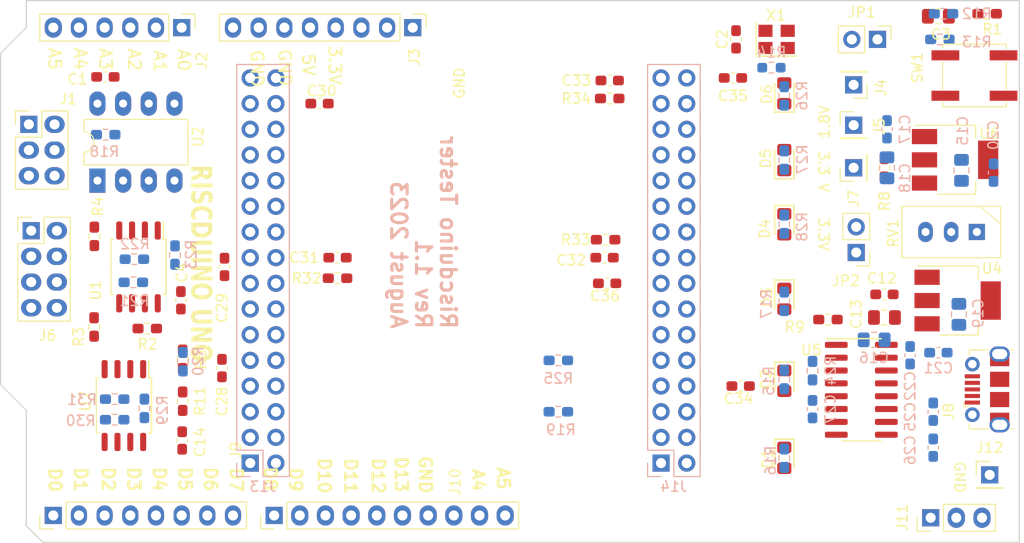
<source format=kicad_pcb>
(kicad_pcb (version 20221018) (generator pcbnew)
  (title_block (date "2023-07-21") (rev "1.0.2"))
  (layers (0 "F.Cu" jumper) (31 "B.Cu" signal) (34 "B.Paste" user) (35 "F.Paste" user) (36 "B.SilkS" user "B.Silkscreen") (37 "F.SilkS" user "F.Silkscreen") (38 "B.Mask" user) (39 "F.Mask" user) (44 "Edge.Cuts" user))
  (net 0 "")
  (net 1 "+5V")
  (net 2 "GND")
  (net 3 "+3.3VP")
  (net 4 "+3.3V")
  (net 5 "USB_D-")
  (net 6 "USB_D+")
  (net 7 "Net-(U6-VI)")
  (net 8 "ISP_MISO")
  (net 9 "ISP_SCK")
  (net 10 "ISP_MOSI")
  (net 11 "ISP_SSN")
  (net 12 "gpio")
  (net 13 "xclk")
  (net 14 "~{RST}")
  (net 15 "mprj_io_11")
  (net 16 "ardunio_a0")
  (net 17 "ardunio_a1")
  (net 18 "ardunio_a2")
  (net 19 "ardunio_a3")
  (net 20 "ardunio_a4")
  (net 21 "ardunio_a5")
  (net 22 "ardunio_d7")
  (net 23 "ardunio_d6")
  (net 24 "ardunio_d5")
  (net 25 "ardunio_d4")
  (net 26 "ardunio_d3")
  (net 27 "ardunio_d2")
  (net 28 "ardunio_d1")
  (net 29 "ardunio_d0")
  (net 30 "mprj_io_12")
  (net 31 "ardunio_d13")
  (net 32 "ardunio_d12")
  (net 33 "ardunio_d11")
  (net 34 "ardunio_d10")
  (net 35 "ardunio_d9")
  (net 36 "ardunio_d8")
  (net 37 "Net-(U5-~{DTR})")
  (net 38 "CARAVEL_FLASH_IO3")
  (net 39 "USER_FLASH_IO3")
  (net 40 "CARAVEL_FLASH_IO2")
  (net 41 "USER_FLASH_IO2")
  (net 42 "CARAVEL_FLASH_IO1")
  (net 43 "USER_FLASH_IO1")
  (net 44 "CARAVEL_FLASH_IO0")
  (net 45 "USER_FLASH_IO0")
  (net 46 "CARAVEL_FLASH_SCK")
  (net 47 "USER_FLASH_SCK")
  (net 48 "CARAVEL_FLASH_SSN")
  (net 49 "USER_FLASH_SSN")
  (net 50 "USER_SRAM_SSN")
  (net 51 "mprj_io_30")
  (net 52 "mprj_io_32")
  (net 53 "mprj_io_37")
  (net 54 "mprj_io_0")
  (net 55 "mprj_io_5_ser_rx")
  (net 56 "+1V8")
  (net 57 "Net-(X1-EN)")
  (net 58 "/vccd2")
  (net 59 "/vccd1")
  (net 60 "+5VP")
  (net 61 "/vccd0")
  (net 62 "Net-(D1-A)")
  (net 63 "Net-(D2-A)")
  (net 64 "Net-(D3-A)")
  (net 65 "Net-(D4-A)")
  (net 66 "Net-(D5-A)")
  (net 67 "Net-(D6-A)")
  (net 68 "Net-(U5-V3)")
  (net 70 "Net-(U6-ADJ)")
  (net 71 "Net-(U5-TXD)")
  (net 72 "Net-(U5-RXD)")
  (net 79 "/+1.8VP")
  (net 80 "Net-(C26-Pad2)")
  (footprint "Connector_PinHeader_2.54mm:PinHeader_1x01_P2.54mm_Vertical" (layer "F.Cu") (at 153.67 57.8358 180)
    (fp_text reference "J4" (at -2.6924 -0.2794 270) (layer "F.SilkS") (effects (font (size 1.016 1.016) (thickness 0.1524))))
    (fp_text value "Conn_01x01" hide)
    (pad "1" thru_hole rect (at 0 0 180) (size 1.7 1.7) (drill 1) (layers "*.Cu" "*.Mask") (net 2 "GND"))
  )
  (footprint "Riscduino.Library:SOT-223-3_TabPin2" (layer "F.Cu") (at 164.084 79.1718)
    (fp_text reference "U4" (at 3.2766 -3.175) (layer "F.SilkS") (effects (font (size 1.016 1.016) (thickness 0.1524))))
    (fp_text value "LM1117MP-3.3" hide)
    (pad "1" smd rect (at -3.15 -2.3) (size 2.5 1.5) (layers "F.Cu" "F.Paste" "F.Mask") (net 2 "GND"))
    (pad "2" smd rect (at -3.15 0) (size 2.5 1.5) (layers "F.Cu" "F.Paste" "F.Mask") (net 3 "+3.3VP"))
    (pad "2" smd rect (at 3.15 0) (size 2 3.8) (layers "F.Cu" "F.Paste" "F.Mask") (net 3 "+3.3VP"))
    (pad "3" smd rect (at -3.15 2.3) (size 2.5 1.5) (layers "F.Cu" "F.Paste" "F.Mask") (net 1 "+5V"))
  )
  (footprint "Riscduino.Library:SOIC-8_5.23x5.23mm_P1.27mm" (layer "F.Cu") (at 81.4832 89.5604 -90)
    (fp_text reference "U7" (at -0.4318 3.81 90) (layer "F.SilkS") (effects (font (size 1.016 1.016) (thickness 0.1524))))
    (fp_text value "W25Q32JVSS" hide)
    (pad "1" smd roundrect (at -3.6 -1.905 270) (size 1.8 0.6) (layers "F.Cu" "F.Paste" "F.Mask") (roundrect_rratio 0.3333333333) (net 49 "USER_FLASH_SSN"))
    (pad "2" smd roundrect (at -3.6 -0.635 270) (size 1.8 0.6) (layers "F.Cu" "F.Paste" "F.Mask") (roundrect_rratio 0.3333333333) (net 43 "USER_FLASH_IO1"))
    (pad "3" smd roundrect (at -3.6 0.635 270) (size 1.8 0.6) (layers "F.Cu" "F.Paste" "F.Mask") (roundrect_rratio 0.3333333333) (net 41 "USER_FLASH_IO2"))
    (pad "4" smd roundrect (at -3.6 1.905 270) (size 1.8 0.6) (layers "F.Cu" "F.Paste" "F.Mask") (roundrect_rratio 0.3333333333) (net 2 "GND"))
    (pad "5" smd roundrect (at 3.6 1.905 270) (size 1.8 0.6) (layers "F.Cu" "F.Paste" "F.Mask") (roundrect_rratio 0.3333333333) (net 45 "USER_FLASH_IO0"))
    (pad "6" smd roundrect (at 3.6 0.635 270) (size 1.8 0.6) (layers "F.Cu" "F.Paste" "F.Mask") (roundrect_rratio 0.3333333333) (net 47 "USER_FLASH_SCK"))
    (pad "7" smd roundrect (at 3.6 -0.635 270) (size 1.8 0.6) (layers "F.Cu" "F.Paste" "F.Mask") (roundrect_rratio 0.3333333333) (net 39 "USER_FLASH_IO3"))
    (pad "8" smd roundrect (at 3.6 -1.905 270) (size 1.8 0.6) (layers "F.Cu" "F.Paste" "F.Mask") (roundrect_rratio 0.3333333333) (net 4 "+3.3V"))
  )
  (footprint "Riscduino.Library:C_0603_1608Metric_Pad1.08x0.95mm_HandSolder" (layer "F.Cu") (at 129.54 57.404)
    (fp_text reference "C33" (at -3.302 0 -180) (layer "F.SilkS") (effects (font (size 1.016 1.016) (thickness 0.1524))))
    (fp_text value "0.1uf" hide)
    (pad "1" smd roundrect (at -0.8625 0) (size 1.075 0.95) (layers "F.Cu" "F.Paste" "F.Mask") (net 2 "GND"))
    (pad "2" smd roundrect (at 0.8625 0) (size 1.075 0.95) (layers "F.Cu" "F.Paste" "F.Mask") (net 58 "/vccd2"))
  )
  (footprint "Riscduino.Library:SOT-223-3_TabPin2" (layer "F.Cu") (at 163.83 65.2526)
    (fp_text reference "U6" (at 3.2766 -2.5908) (layer "F.SilkS") (effects (font (size 1.016 1.016) (thickness 0.1524))))
    (fp_text value "LM1117S-ADJ" hide)
    (pad "1" smd rect (at -3.15 -2.3) (size 2.5 1.5) (layers "F.Cu" "F.Paste" "F.Mask") (net 70 "Net-(U6-ADJ)"))
    (pad "2" smd rect (at -3.15 0) (size 2.5 1.5) (layers "F.Cu" "F.Paste" "F.Mask") (net 79 "/+1.8VP"))
    (pad "2" smd rect (at 3.15 0) (size 2 3.8) (layers "F.Cu" "F.Paste" "F.Mask") (net 79 "/+1.8VP"))
    (pad "3" smd rect (at -3.15 2.3) (size 2.5 1.5) (layers "F.Cu" "F.Paste" "F.Mask") (net 7 "Net-(U6-VI)"))
  )
  (footprint "Riscduino.Library:PinHeader_1x08_P2.54mm_Vertical" (layer "F.Cu") (at 110.0582 52.1716 -90)
    (fp_text reference "J3" (at 2.921 -0.1524 90) (layer "F.SilkS") (effects (font (size 1.016 1.016) (thickness 0.1524))))
    (fp_text value "Conn_01x08_Pin" hide)
    (pad "1" thru_hole rect (at 0 0 270) (size 1.7 1.7) (drill 1) (layers "*.Cu" "*.Mask") (net 55 "mprj_io_5_ser_rx"))
    (pad "2" thru_hole oval (at 0 2.54 270) (size 2 1.6) (drill 1) (layers "*.Cu" "*.Mask") (net 30 "mprj_io_12"))
    (pad "3" thru_hole oval (at 0 5.08 270) (size 2 1.6) (drill 1) (layers "*.Cu" "*.Mask") (net 15 "mprj_io_11"))
    (pad "4" thru_hole oval (at 0 7.62 270) (size 2 1.6) (drill 1) (layers "*.Cu" "*.Mask") (net 4 "+3.3V"))
    (pad "5" thru_hole oval (at 0 10.16 270) (size 2 1.6) (drill 1) (layers "*.Cu" "*.Mask") (net 1 "+5V"))
    (pad "6" thru_hole oval (at 0 12.7 270) (size 2 1.6) (drill 1) (layers "*.Cu" "*.Mask") (net 2 "GND"))
    (pad "7" thru_hole oval (at 0 15.24 270) (size 2 1.6) (drill 1) (layers "*.Cu" "*.Mask") (net 2 "GND"))
    (pad "8" thru_hole oval (at 0 17.78 270) (size 2 1.6) (drill 1) (layers "*.Cu" "*.Mask") (net 53 "mprj_io_37"))
  )
  (footprint "Riscduino.Library:R_0603_1608Metric_Pad0.98x0.95mm_HandSolder" (layer "F.Cu") (at 102.616 76.962)
    (fp_text reference "R32" (at -3.048 0.0019) (layer "F.SilkS") (effects (font (size 1.016 1.016) (thickness 0.1524))))
    (fp_text value "0E" hide)
    (pad "1" smd roundrect (at -0.9125 0) (size 1.1 0.95) (layers "F.Cu" "F.Paste" "F.Mask") (net 61 "/vccd0"))
    (pad "2" smd roundrect (at 0.9125 0) (size 1.1 0.95) (layers "F.Cu" "F.Paste" "F.Mask") (net 56 "+1V8"))
  )
  (footprint "Riscduino.Library:SOIC-16_3.9x9.9mm_P1.27mm" (layer "F.Cu") (at 154.432 88)
    (fp_text reference "U5" (at -4.9418 -3.937) (layer "F.SilkS") (effects (font (size 1.016 1.016) (thickness 0.1524))))
    (fp_text value "CH340C" hide)
    (pad "1" smd roundrect (at -2.475 -4.445) (size 2.25 0.6) (layers "F.Cu" "F.Paste" "F.Mask") (net 2 "GND"))
    (pad "2" smd roundrect (at -2.475 -3.175) (size 2.25 0.6) (layers "F.Cu" "F.Paste" "F.Mask") (net 71 "Net-(U5-TXD)"))
    (pad "3" smd roundrect (at -2.475 -1.905) (size 2.25 0.6) (layers "F.Cu" "F.Paste" "F.Mask") (net 72 "Net-(U5-RXD)"))
    (pad "4" smd roundrect (at -2.475 -0.635) (size 2.25 0.6) (layers "F.Cu" "F.Paste" "F.Mask") (net 68 "Net-(U5-V3)"))
    (pad "5" smd roundrect (at -2.475 0.635) (size 2.25 0.6) (layers "F.Cu" "F.Paste" "F.Mask") (net 6 "USB_D+"))
    (pad "6" smd roundrect (at -2.475 1.905) (size 2.25 0.6) (layers "F.Cu" "F.Paste" "F.Mask") (net 5 "USB_D-"))
    (pad "7" smd roundrect (at -2.475 3.175) (size 2.25 0.6) (layers "F.Cu" "F.Paste" "F.Mask"))
    (pad "8" smd roundrect (at -2.475 4.445) (size 2.25 0.6) (layers "F.Cu" "F.Paste" "F.Mask"))
    (pad "9" smd roundrect (at 2.475 4.445) (size 2.25 0.6) (layers "F.Cu" "F.Paste" "F.Mask"))
    (pad "10" smd roundrect (at 2.475 3.175) (size 2.25 0.6) (layers "F.Cu" "F.Paste" "F.Mask"))
    (pad "11" smd roundrect (at 2.475 1.905) (size 2.25 0.6) (layers "F.Cu" "F.Paste" "F.Mask"))
    (pad "12" smd roundrect (at 2.475 0.635) (size 2.25 0.6) (layers "F.Cu" "F.Paste" "F.Mask"))
    (pad "13" smd roundrect (at 2.475 -0.635) (size 2.25 0.6) (layers "F.Cu" "F.Paste" "F.Mask") (net 37 "Net-(U5-~{DTR})"))
    (pad "14" smd roundrect (at 2.475 -1.905) (size 2.25 0.6) (layers "F.Cu" "F.Paste" "F.Mask"))
    (pad "15" smd roundrect (at 2.475 -3.175) (size 2.25 0.6) (layers "F.Cu" "F.Paste" "F.Mask"))
    (pad "16" smd roundrect (at 2.475 -4.445) (size 2.25 0.6) (layers "F.Cu" "F.Paste" "F.Mask") (net 4 "+3.3V"))
  )
  (footprint "Connector_PinHeader_2.54mm:PinHeader_1x02_P2.54mm_Vertical" (layer "F.Cu") (at 153.924 74.422 180)
    (fp_text reference "JP2" (at 1.016 -2.794) (layer "F.SilkS") (effects (font (size 1.016 1.016) (thickness 0.1524))))
    (fp_text value "Jumper_2" hide)
    (pad "1" thru_hole rect (at 0 0 180) (size 1.7 1.7) (drill 1) (layers "*.Cu" "*.Mask") (net 3 "+3.3VP"))
    (pad "2" thru_hole oval (at 0 2.54 180) (size 1.7 1.7) (drill 1) (layers "*.Cu" "*.Mask") (net 4 "+3.3V"))
  )
  (footprint "Riscduino.Library:PinHeader_2x04_P2.54mm_Vertical" (layer "F.Cu") (at 72.3138 72.263)
    (fp_text reference "J6" (at 1.6256 10.3632) (layer "F.SilkS") (effects (font (size 1.016 1.016) (thickness 0.1524))))
    (fp_text value "Conn_02x04_Odd_Even" hide)
    (pad "1" thru_hole rect (at 0 0) (size 1.7 1.7) (drill 1) (layers "*.Cu" "*.Mask") (net 47 "USER_FLASH_SCK"))
    (pad "2" thru_hole oval (at 2.54 0) (size 2 1.7) (drill 1) (layers "*.Cu" "*.Mask") (net 45 "USER_FLASH_IO0"))
    (pad "3" thru_hole oval (at 0 2.54) (size 2 1.7) (drill 1) (layers "*.Cu" "*.Mask") (net 49 "USER_FLASH_SSN"))
    (pad "4" thru_hole oval (at 2.54 2.54) (size 2 1.7) (drill 1) (layers "*.Cu" "*.Mask") (net 43 "USER_FLASH_IO1"))
    (pad "5" thru_hole oval (at 0 5.08) (size 2 1.7) (drill 1) (layers "*.Cu" "*.Mask") (net 50 "USER_SRAM_SSN"))
    (pad "6" thru_hole oval (at 2.54 5.08) (size 2 1.7) (drill 1) (layers "*.Cu" "*.Mask") (net 41 "USER_FLASH_IO2"))
    (pad "7" thru_hole oval (at 0 7.62) (size 2 1.7) (drill 1) (layers "*.Cu" "*.Mask") (net 2 "GND"))
    (pad "8" thru_hole oval (at 2.54 7.62) (size 2 1.7) (drill 1) (layers "*.Cu" "*.Mask") (net 39 "USER_FLASH_IO3"))
  )
  (footprint "Riscduino.Library:C_0603_1608Metric_Pad1.08x0.95mm_HandSolder" (layer "F.Cu") (at 142.0368 53.337 -90)
    (fp_text reference "C2" (at 0.003 1.3716 -270) (layer "F.SilkS") (effects (font (size 1.016 1.016) (thickness 0.1524))))
    (fp_text value "0.1uF" hide)
    (pad "1" smd roundrect (at -0.8625 0 270) (size 1.075 0.95) (layers "F.Cu" "F.Paste" "F.Mask") (net 4 "+3.3V"))
    (pad "2" smd roundrect (at 0.8625 0 270) (size 1.075 0.95) (layers "F.Cu" "F.Paste" "F.Mask") (net 2 "GND"))
  )
  (footprint "Connector_PinHeader_2.54mm:PinHeader_1x02_P2.54mm_Vertical" (layer "F.Cu") (at 156.0322 53.34 -90)
    (fp_text reference "JP1" (at -2.6924 1.5544) (layer "F.SilkS") (effects (font (size 1.016 1.016) (thickness 0.1524))))
    (fp_text value "Jumper_2" hide)
    (pad "1" thru_hole rect (at 0 0 270) (size 1.7 1.7) (drill 1) (layers "*.Cu" "*.Mask") (net 79 "/+1.8VP"))
    (pad "2" thru_hole oval (at 0 2.54 270) (size 1.7 1.7) (drill 1) (layers "*.Cu" "*.Mask") (net 56 "+1V8"))
  )
  (footprint "Riscduino.Library:C_0603_1608Metric_Pad1.08x0.95mm_HandSolder" (layer "F.Cu") (at 102.616 74.93)
    (fp_text reference "C31" (at -3.302 0) (layer "F.SilkS") (effects (font (size 1.016 1.016) (thickness 0.1524))))
    (fp_text value "0.1uf" hide)
    (pad "1" smd roundrect (at -0.8625 0) (size 1.075 0.95) (layers "F.Cu" "F.Paste" "F.Mask") (net 61 "/vccd0"))
    (pad "2" smd roundrect (at 0.8625 0) (size 1.075 0.95) (layers "F.Cu" "F.Paste" "F.Mask") (net 2 "GND"))
  )
  (footprint "Riscduino.Library:C_0805_2012Metric_Pad1.18x1.45mm_HandSolder" (layer "F.Cu") (at 156.718 80.8482 180)
    (fp_text reference "C13" (at 2.794 0.3302 90) (layer "F.SilkS") (effects (font (size 1.016 1.016) (thickness 0.1524))))
    (fp_text value "22uF" hide)
    (pad "1" smd roundrect (at -1.0375 0 180) (size 1.175 1.45) (layers "F.Cu" "F.Paste" "F.Mask") (roundrect_rratio 0.2127659574) (net 3 "+3.3VP"))
    (pad "2" smd roundrect (at 1.0375 0 180) (size 1.175 1.45) (layers "F.Cu" "F.Paste" "F.Mask") (roundrect_rratio 0.2127659574) (net 2 "GND"))
  )
  (footprint "Connector_PinHeader_2.54mm:PinHeader_1x01_P2.54mm_Vertical" (layer "F.Cu") (at 167.132 96.4184)
    (fp_text reference "J12" (at 0 -2.6924 180) (layer "F.SilkS") (effects (font (size 1.016 1.016) (thickness 0.1524))))
    (fp_text value "Conn_01x01" hide)
    (pad "1" thru_hole rect (at 0 0) (size 1.7 1.7) (drill 1) (layers "*.Cu" "*.Mask") (net 2 "GND"))
  )
  (footprint "Riscduino.Library:PinHeader_1x06_P2.54mm_Vertical" (layer "F.Cu") (at 87.1982 52.1716 -90)
    (fp_text reference "J2" (at 3.2766 -1.9812 90) (layer "F.SilkS") (effects (font (size 1.016 1.016) (thickness 0.1524))))
    (fp_text value "Conn_01x06_Pin" hide)
    (pad "1" thru_hole rect (at 0 0 270) (size 1.7 1.7) (drill 1) (layers "*.Cu" "*.Mask") (net 16 "ardunio_a0"))
    (pad "2" thru_hole oval (at 0 2.54 270) (size 2 1.6) (drill 1) (layers "*.Cu" "*.Mask") (net 17 "ardunio_a1"))
    (pad "3" thru_hole oval (at 0 5.08 270) (size 2 1.6) (drill 1) (layers "*.Cu" "*.Mask") (net 18 "ardunio_a2"))
    (pad "4" thru_hole oval (at 0 7.62 270) (size 2 1.6) (drill 1) (layers "*.Cu" "*.Mask") (net 19 "ardunio_a3"))
    (pad "5" thru_hole oval (at 0 10.16 270) (size 2 1.6) (drill 1) (layers "*.Cu" "*.Mask") (net 20 "ardunio_a4"))
    (pad "6" thru_hole oval (at 0 12.7 270) (size 2 1.7) (drill 1) (layers "*.Cu" "*.Mask") (net 21 "ardunio_a5"))
  )
  (footprint "Riscduino.Library:LED_0805_2012Metric_Pad1.15x1.40mm_HandSolder" (layer "F.Cu") (at 146.812 87.113 -90)
    (fp_text reference "D2" (at -0.1778 1.8034 90) (layer "F.SilkS") (effects (font (size 1.016 1.016) (thickness 0.1524))))
    (fp_text value "GREEN LED" hide)
    (pad "1" smd roundrect (at -1.025 0 270) (size 1.15 1.4) (layers "F.Cu" "F.Paste" "F.Mask") (roundrect_rratio 0.2173913043) (net 2 "GND"))
    (pad "2" smd roundrect (at 1.025 0 270) (size 1.15 1.4) (layers "F.Cu" "F.Paste" "F.Mask") (roundrect_rratio 0.2173913043) (net 63 "Net-(D2-A)"))
  )
  (footprint "Riscduino.Library:R_0603_1608Metric_Pad0.98x0.95mm_HandSolder" (layer "F.Cu") (at 166.878 50.8)
    (fp_text reference "R1" (at 0.508 1.524) (layer "F.SilkS") (effects (font (size 1.016 1.016) (thickness 0.1524))))
    (fp_text value "10K" hide)
    (pad "1" smd roundrect (at -0.9125 0) (size 1.1 0.95) (layers "F.Cu" "F.Paste" "F.Mask") (net 4 "+3.3V"))
    (pad "2" smd roundrect (at 0.9125 0) (size 1.1 0.95) (layers "F.Cu" "F.Paste" "F.Mask") (net 14 "~{RST}"))
  )
  (footprint "Riscduino.Library:LED_0805_2012Metric_Pad1.15x1.40mm_HandSolder" (layer "F.Cu") (at 146.812 79.003 -90)
    (fp_text reference "D3" (at -0.1524 1.7018 90) (layer "F.SilkS") (effects (font (size 1.016 1.016) (thickness 0.1524))))
    (fp_text value "GREEN LED" hide)
    (pad "1" smd roundrect (at -1.025 0 270) (size 1.15 1.4) (layers "F.Cu" "F.Paste" "F.Mask") (roundrect_rratio 0.2173913043) (net 27 "ardunio_d2"))
    (pad "2" smd roundrect (at 1.025 0 270) (size 1.15 1.4) (layers "F.Cu" "F.Paste" "F.Mask") (roundrect_rratio 0.2173913043) (net 64 "Net-(D3-A)"))
  )
  (footprint "Riscduino.Library:C_0603_1608Metric_Pad1.08x0.95mm_HandSolder" (layer "F.Cu") (at 87.249 93.0159 90)
    (fp_text reference "C14" (at -0.1767 1.7526 -90) (layer "F.SilkS") (effects (font (size 1.016 1.016) (thickness 0.1524))))
    (fp_text value "0.1uf" hide)
    (pad "1" smd roundrect (at -0.8625 0 90) (size 1.075 0.95) (layers "F.Cu" "F.Paste" "F.Mask") (net 4 "+3.3V"))
    (pad "2" smd roundrect (at 0.8625 0 90) (size 1.075 0.95) (layers "F.Cu" "F.Paste" "F.Mask") (net 2 "GND"))
  )
  (footprint "Riscduino.Library:SOIC-8_5.23x5.23mm_P1.27mm" (layer "F.Cu") (at 82.9272 75.8444 -90)
    (fp_text reference "U1" (at 2.3114 4.238 90) (layer "F.SilkS") (effects (font (size 1.016 1.016) (thickness 0.1524))))
    (fp_text value "W25Q32JVSS" hide)
    (pad "1" smd roundrect (at -3.6 -1.905 270) (size 1.8 0.6) (layers "F.Cu" "F.Paste" "F.Mask") (roundrect_rratio 0.3333333333) (net 48 "CARAVEL_FLASH_SSN"))
    (pad "2" smd roundrect (at -3.6 -0.635 270) (size 1.8 0.6) (layers "F.Cu" "F.Paste" "F.Mask") (roundrect_rratio 0.3333333333) (net 42 "CARAVEL_FLASH_IO1"))
    (pad "3" smd roundrect (at -3.6 0.635 270) (size 1.8 0.6) (layers "F.Cu" "F.Paste" "F.Mask") (roundrect_rratio 0.3333333333) (net 40 "CARAVEL_FLASH_IO2"))
    (pad "4" smd roundrect (at -3.6 1.905 270) (size 1.8 0.6) (layers "F.Cu" "F.Paste" "F.Mask") (roundrect_rratio 0.3333333333) (net 2 "GND"))
    (pad "5" smd roundrect (at 3.6 1.905 270) (size 1.8 0.6) (layers "F.Cu" "F.Paste" "F.Mask") (roundrect_rratio 0.3333333333) (net 44 "CARAVEL_FLASH_IO0"))
    (pad "6" smd roundrect (at 3.6 0.635 270) (size 1.8 0.6) (layers "F.Cu" "F.Paste" "F.Mask") (roundrect_rratio 0.3333333333) (net 46 "CARAVEL_FLASH_SCK"))
    (pad "7" smd roundrect (at 3.6 -0.635 270) (size 1.8 0.6) (layers "F.Cu" "F.Paste" "F.Mask") (roundrect_rratio 0.3333333333) (net 38 "CARAVEL_FLASH_IO3"))
    (pad "8" smd roundrect (at 3.6 -1.905 270) (size 1.8 0.6) (layers "F.Cu" "F.Paste" "F.Mask") (roundrect_rratio 0.3333333333) (net 4 "+3.3V"))
  )
  (footprint "Riscduino.Library:C_0603_1608Metric_Pad1.08x0.95mm_HandSolder" (layer "F.Cu") (at 91.44 75.8455 90)
    (fp_text reference "C29" (at -4.064 -0.254 90) (layer "F.SilkS") (effects (font (size 1.016 1.016) (thickness 0.1524))))
    (fp_text value "0.1uf" hide)
    (pad "1" smd roundrect (at -0.8625 0 90) (size 1.075 0.95) (layers "F.Cu" "F.Paste" "F.Mask") (net 2 "GND"))
    (pad "2" smd roundrect (at 0.8625 0 90) (size 1.075 0.95) (layers "F.Cu" "F.Paste" "F.Mask") (net 4 "+3.3V"))
  )
  (footprint "Riscduino.Library:PinHeader_1x08_P2.54mm_Vertical" (layer "F.Cu") (at 74.4982 100.4316 90)
    (fp_text reference "J9" (at 6.4262 18.0594 90) (layer "F.SilkS") (effects (font (size 1.016 1.016) (thickness 0.1524))))
    (fp_text value "Conn_01x08_Pin" hide)
    (pad "1" thru_hole rect (at 0 0 90) (size 1.7 1.7) (drill 1) (layers "*.Cu" "*.Mask") (net 29 "ardunio_d0"))
    (pad "2" thru_hole oval (at 0 2.54 90) (size 2 1.6) (drill 1) (layers "*.Cu" "*.Mask") (net 28 "ardunio_d1"))
    (pad "3" thru_hole oval (at 0 5.08 90) (size 2 1.6) (drill 1) (layers "*.Cu" "*.Mask") (net 27 "ardunio_d2"))
    (pad "4" thru_hole oval (at 0 7.62 90) (size 2 1.6) (drill 1) (layers "*.Cu" "*.Mask") (net 26 "ardunio_d3"))
    (pad "5" thru_hole oval (at 0 10.16 90) (size 2 1.6) (drill 1) (layers "*.Cu" "*.Mask") (net 25 "ardunio_d4"))
    (pad "6" thru_hole oval (at 0 12.7 90) (size 2 1.6) (drill 1) (layers "*.Cu" "*.Mask") (net 24 "ardunio_d5"))
    (pad "7" thru_hole oval (at 0 15.24 90) (size 2 1.6) (drill 1) (layers "*.Cu" "*.Mask") (net 23 "ardunio_d6"))
    (pad "8" thru_hole oval (at 0 17.78 90) (size 2 1.6) (drill 1) (layers "*.Cu" "*.Mask") (net 22 "ardunio_d7"))
  )
  (footprint "Riscduino.Library:R_0603_1608Metric_Pad0.98x0.95mm_HandSolder" (layer "F.Cu") (at 151.13 81.0514 180)
    (fp_text reference "R9" (at 3.302 -0.7366) (layer "F.SilkS") (effects (font (size 1.016 1.016) (thickness 0.1524))))
    (fp_text value "DNI" hide)
    (pad "1" smd roundrect (at -0.9125 0 180) (size 1.1 0.95) (layers "F.Cu" "F.Paste" "F.Mask") (net 1 "+5V"))
    (pad "2" smd roundrect (at 0.9125 0 180) (size 1.1 0.95) (layers "F.Cu" "F.Paste" "F.Mask") (net 7 "Net-(U6-VI)"))
  )
  (footprint "Riscduino.Library:USB_Micro-B_Molex-105017-0001" (layer "F.Cu") (at 166.878 87.9646 90)
    (fp_text reference "J8" (at -2.2054 -3.81 90) (layer "F.SilkS") (effects (font (size 1.016 1.016) (thickness 0.1524))))
    (fp_text value "USB_B_Micro" hide)
    (pad "1" smd rect (at -1.3 -1.4625 90) (size 0.4 1.5) (layers "F.Cu" "F.Paste" "F.Mask") (net 60 "+5VP"))
    (pad "2" smd rect (at -0.65 -1.4625 90) (size 0.4 1.5) (layers "F.Cu" "F.Paste" "F.Mask") (net 5 "USB_D-"))
    (pad "3" smd rect (at 0 -1.4625 90) (size 0.4 1.5) (layers "F.Cu" "F.Paste" "F.Mask") (net 6 "USB_D+"))
    (pad "4" smd rect (at 0.65 -1.4625 90) (size 0.4 1.5) (layers "F.Cu" "F.Paste" "F.Mask"))
    (pad "5" smd rect (at 1.3 -1.4625 90) (size 0.4 1.5) (layers "F.Cu" "F.Paste" "F.Mask") (net 2 "GND"))
    (pad "6" thru_hole oval (at -3.5 1.2375 270) (size 1.5 2) (drill oval 1 1.5) (layers "*.Cu" "*.Mask") (net 2 "GND"))
    (pad "6" smd rect (at -2.9 1.2375 90) (size 1.2 1.9) (layers "F.Cu" "F.Mask") (net 2 "GND"))
    (pad "6" thru_hole circle (at -2.5 -1.4625 90) (size 1.45 1.45) (drill 0.85) (layers "*.Cu" "*.Mask") (net 2 "GND"))
    (pad "6" smd rect (at -1 1.2375 90) (size 1.5 1.9) (layers "F.Cu" "F.Paste" "F.Mask") (net 2 "GND"))
    (pad "6" smd rect (at 1 1.2375 90) (size 1.5 1.9) (layers "F.Cu" "F.Paste" "F.Mask") (net 2 "GND"))
    (pad "6" thru_hole circle (at 2.5 -1.4625 90) (size 1.45 1.45) (drill 0.85) (layers "*.Cu" "*.Mask") (net 2 "GND"))
    (pad "6" smd rect (at 2.9 1.2375 90) (size 1.2 1.9) (layers "F.Cu" "F.Mask") (net 2 "GND"))
    (pad "6" thru_hole oval (at 3.5 1.2375 90) (size 1.5 2) (drill oval 1 1.5) (layers "*.Cu" "*.Mask") (net 2 "GND"))
  )
  (footprint "Connector_PinHeader_2.54mm:PinHeader_1x01_P2.54mm_Vertical" (layer "F.Cu") (at 153.67 66.04 90)
    (fp_text reference "J7" (at -3.048 0 90) (layer "F.SilkS") (effects (font (size 1.016 1.016) (thickness 0.1524))))
    (fp_text value "Conn_01x01" hide)
    (pad "1" thru_hole rect (at 0 0 90) (size 1.7 1.7) (drill 1) (layers "*.Cu" "*.Mask") (net 4 "+3.3V"))
  )
  (footprint "Riscduino.Library:C_0603_1608Metric_Pad1.08x0.95mm_HandSolder" (layer "F.Cu") (at 129.286 77.47)
    (fp_text reference "C36" (at -0.2036 1.2446) (layer "F.SilkS") (effects (font (size 1.016 1.016) (thickness 0.1524))))
    (fp_text value "0.1uf" hide)
    (pad "1" smd roundrect (at -0.8625 0) (size 1.075 0.95) (layers "F.Cu" "F.Paste" "F.Mask") (net 2 "GND"))
    (pad "2" smd roundrect (at 0.8625 0) (size 1.075 0.95) (layers "F.Cu" "F.Paste" "F.Mask") (net 4 "+3.3V"))
  )
  (footprint "Riscduino.Library:R_0603_1608Metric_Pad0.98x0.95mm_HandSolder" (layer "F.Cu") (at 78.5368 81.7861 90)
    (fp_text reference "R3" (at -0.9671 -1.524 90) (layer "F.SilkS") (effects (font (size 1.016 1.016) (thickness 0.1524))))
    (fp_text value "10K" hide)
    (pad "1" smd roundrect (at -0.9125 0 90) (size 1.1 0.95) (layers "F.Cu" "F.Paste" "F.Mask") (net 4 "+3.3V"))
    (pad "2" smd roundrect (at 0.9125 0 90) (size 1.1 0.95) (layers "F.Cu" "F.Paste" "F.Mask") (net 42 "CARAVEL_FLASH_IO1"))
  )
  (footprint "Riscduino.Library:Riscduino_Tester_WithMountingHoles" (layer "F.Cu") (at 110.0582 52.1716)
    (fp_text reference "H1" hide)
    (fp_text value "MountingHole" hide)
    (fp_line (start -40.77 2.54) (end -38.23 0) (stroke (width 0.12)) (layer "Edge.Cuts"))
    (fp_line (start -40.77 35.31) (end -40.77 2.54) (stroke (width 0.12)) (layer "Edge.Cuts"))
    (fp_line (start -38.23 -2.67) (end 60 -2.67) (stroke (width 0.12)) (layer "Edge.Cuts"))
    (fp_line (start -38.23 0) (end -38.23 -2.67) (stroke (width 0.12)) (layer "Edge.Cuts"))
    (fp_line (start -38.23 37.85) (end -40.77 35.31) (stroke (width 0.12)) (layer "Edge.Cuts"))
    (fp_line (start -38.23 49.28) (end -38.23 37.85) (stroke (width 0.12)) (layer "Edge.Cuts"))
    (fp_line (start -36.58 50.93) (end -38.23 49.28) (stroke (width 0.12)) (layer "Edge.Cuts"))
    (fp_line (start 60 -2.67) (end 60 50.93) (stroke (width 0.12)) (layer "Edge.Cuts"))
    (fp_line (start 60 50.93) (end -36.58 50.93) (stroke (width 0.12)) (layer "Edge.Cuts"))
    (pad "" np_thru_hole circle (at -38.1 5.08 270) (size 3.2 3.2) (drill 3.2) (layers "*.Cu" "*.Mask"))
    (pad "" np_thru_hole circle (at -38.1 33.02 270) (size 3.2 3.2) (drill 3.2) (layers "*.Cu" "*.Mask"))
    (pad "" np_thru_hole circle (at 12.7 48.26 270) (size 3.2 3.2) (drill 3.2) (layers "*.Cu" "*.Mask"))
    (pad "" np_thru_hole circle (at 13.97 0 270) (size 3.2 3.2) (drill 3.2) (layers "*.Cu" "*.Mask"))
  )
  (footprint "Riscduino.Library:R_0603_1608Metric_Pad0.98x0.95mm_HandSolder" (layer "F.Cu") (at 78.5622 72.8218 -90)
    (fp_text reference "R4" (at -2.9464 -0.3556 -90) (layer "F.SilkS") (effects (font (size 1.016 1.016) (thickness 0.1524))))
    (fp_text value "10K" hide)
    (pad "1" smd roundrect (at -0.9125 0 270) (size 1.1 0.95) (layers "F.Cu" "F.Paste" "F.Mask") (net 4 "+3.3V"))
    (pad "2" smd roundrect (at 0.9125 0 270) (size 1.1 0.95) (layers "F.Cu" "F.Paste" "F.Mask") (net 40 "CARAVEL_FLASH_IO2"))
  )
  (footprint "Riscduino.Library:R_0603_1608Metric_Pad0.98x0.95mm_HandSolder" (layer "F.Cu") (at 83.7927 81.9404 180)
    (fp_text reference "R2" (at -0.0273 -1.5494 180) (layer "F.SilkS") (effects (font (size 1.016 1.016) (thickness 0.1524))))
    (fp_text value "10K" hide)
    (pad "1" smd roundrect (at -0.9125 0 180) (size 1.1 0.95) (layers "F.Cu" "F.Paste" "F.Mask") (net 4 "+3.3V"))
    (pad "2" smd roundrect (at 0.9125 0 180) (size 1.1 0.95) (layers "F.Cu" "F.Paste" "F.Mask") (net 38 "CARAVEL_FLASH_IO3"))
  )
  (footprint "Connector_PinHeader_2.54mm:PinHeader_1x01_P2.54mm_Vertical" (layer "F.Cu") (at 153.67 61.8236)
    (fp_text reference "J5" (at 2.54 0.1524 90) (layer "F.SilkS") (effects (font (size 1.016 1.016) (thickness 0.1524))))
    (fp_text value "Conn_01x01" hide)
    (pad "1" thru_hole rect (at 0 0) (size 1.7 1.7) (drill 1) (layers "*.Cu" "*.Mask") (net 56 "+1V8"))
  )
  (footprint "Riscduino.Library:C_0805_2012Metric_Pad1.18x1.45mm_HandSolder" (layer "F.Cu") (at 162.052 51.054 180)
    (fp_text reference "C3" (at -0.254 -1.778 180) (layer "F.SilkS") (effects (font (size 1.016 1.016) (thickness 0.1524))))
    (fp_text value "10uF" hide)
    (pad "1" smd roundrect (at -1.0375 0 180) (size 1.175 1.45) (layers "F.Cu" "F.Paste" "F.Mask") (roundrect_rratio 0.2127659574) (net 14 "~{RST}"))
    (pad "2" smd roundrect (at 1.0375 0 180) (size 1.175 1.45) (layers "F.Cu" "F.Paste" "F.Mask") (roundrect_rratio 0.2127659574) (net 2 "GND"))
  )
  (footprint "Riscduino.Library:PinHeader_1x10_P2.54mm_Vertical" (layer "F.Cu") (at 96.3422 100.4316 90)
    (fp_text reference "J10" (at 3.302 17.907 90) (layer "F.SilkS") (effects (font (size 1.016 1.016) (thickness 0.1524))))
    (fp_text value "Conn_01x10_Pin" hide)
    (pad "1" thru_hole rect (at 0 0 90) (size 1.7 1.7) (drill 1) (layers "*.Cu" "*.Mask") (net 36 "ardunio_d8"))
    (pad "2" thru_hole oval (at 0 2.54 90) (size 2 1.7) (drill 1) (layers "*.Cu" "*.Mask") (net 35 "ardunio_d9"))
    (pad "3" thru_hole oval (at 0 5.08 90) (size 2 1.7) (drill 1) (layers "*.Cu" "*.Mask") (net 34 "ardunio_d10"))
    (pad "4" thru_hole oval (at 0 7.62 90) (size 2 1.7) (drill 1) (layers "*.Cu" "*.Mask") (net 33 "ardunio_d11"))
    (pad "5" thru_hole oval (at 0 10.16 90) (size 2 1.7) (drill 1) (layers "*.Cu" "*.Mask") (net 32 "ardunio_d12"))
    (pad "6" thru_hole oval (at 0 12.7 90) (size 2 1.7) (drill 1) (layers "*.Cu" "*.Mask") (net 31 "ardunio_d13"))
    (pad "7" thru_hole oval (at 0 15.24 90) (size 2 1.7) (drill 1) (layers "*.Cu" "*.Mask") (net 2 "GND"))
    (pad "8" thru_hole oval (at 0 17.78 90) (size 2 1.7) (drill 1) (layers "*.Cu" "*.Mask") (net 51 "mprj_io_30"))
    (pad "9" thru_hole oval (at 0 20.32 90) (size 2 1.7) (drill 1) (layers "*.Cu" "*.Mask") (net 20 "ardunio_a4"))
    (pad "10" thru_hole oval (at 0 22.86 90) (size 2 1.7) (drill 1) (layers "*.Cu" "*.Mask") (net 21 "ardunio_a5"))
  )
  (footprint "Riscduino.Library:DIP-8_W7.62mm_LongPads" (layer "F.Cu") (at 78.867 67.31 90)
    (fp_text reference "U2" (at 4.3434 9.9568 90) (layer "F.SilkS") (effects (font (size 1.016 1.016) (thickness 0.1524))))
    (fp_text value "23LC1024-I/P " hide)
    (pad "1" thru_hole rect (at 0 0 90) (size 2.4 1.6) (drill 0.8) (layers "*.Cu" "*.Mask") (net 50 "USER_SRAM_SSN"))
    (pad "2" thru_hole oval (at 0 2.54 90) (size 2.4 1.6) (drill 0.8) (layers "*.Cu" "*.Mask") (net 43 "USER_FLASH_IO1"))
    (pad "3" thru_hole oval (at 0 5.08 90) (size 2.4 1.6) (drill 0.8) (layers "*.Cu" "*.Mask") (net 41 "USER_FLASH_IO2"))
    (pad "4" thru_hole oval (at 0 7.62 90) (size 2.4 1.6) (drill 0.8) (layers "*.Cu" "*.Mask") (net 2 "GND"))
    (pad "5" thru_hole oval (at 7.62 7.62 90) (size 2.4 1.6) (drill 0.8) (layers "*.Cu" "*.Mask") (net 45 "USER_FLASH_IO0"))
    (pad "6" thru_hole oval (at 7.62 5.08 90) (size 2.4 1.6) (drill 0.8) (layers "*.Cu" "*.Mask") (net 47 "USER_FLASH_SCK"))
    (pad "7" thru_hole oval (at 7.62 2.54 90) (size 2.4 1.6) (drill 0.8) (layers "*.Cu" "*.Mask") (net 39 "USER_FLASH_IO3"))
    (pad "8" thru_hole oval (at 7.62 0 90) (size 2.4 1.6) (drill 0.8) (layers "*.Cu" "*.Mask") (net 4 "+3.3V"))
  )
  (footprint "Riscduino.Library:C_0603_1608Metric_Pad1.08x0.95mm_HandSolder" (layer "F.Cu") (at 100.838 59.69 180)
    (fp_text reference "C30" (at -0.2036 1.2446) (layer "F.SilkS") (effects (font (size 1.016 1.016) (thickness 0.1524))))
    (fp_text value "0.1uf" hide)
    (pad "1" smd roundrect (at -0.8625 0 180) (size 1.075 0.95) (layers "F.Cu" "F.Paste" "F.Mask") (net 2 "GND"))
    (pad "2" smd roundrect (at 0.8625 0 180) (size 1.075 0.95) (layers "F.Cu" "F.Paste" "F.Mask") (net 4 "+3.3V"))
  )
  (footprint "Riscduino.Library:C_0603_1608Metric_Pad1.08x0.95mm_HandSolder" (layer "F.Cu") (at 141.732 57.15 180)
    (fp_text reference "C35" (at 0 -1.778) (layer "F.SilkS") (effects (font (size 1.016 1.016) (thickness 0.1524))))
    (fp_text value "0.1uf" hide)
    (pad "1" smd roundrect (at -0.8625 0 180) (size 1.075 0.95) (layers "F.Cu" "F.Paste" "F.Mask") (net 2 "GND"))
    (pad "2" smd roundrect (at 0.8625 0 180) (size 1.075 0.95) (layers "F.Cu" "F.Paste" "F.Mask") (net 4 "+3.3V"))
  )
  (footprint "Riscduino.Library:R_0603_1608Metric_Pad0.98x0.95mm_HandSolder" (layer "F.Cu") (at 87.2998 84.9884 -90)
    (fp_text reference "R5" (at 0.0254 -1.8288 -90) (layer "F.SilkS") (effects (font (size 1.016 1.016) (thickness 0.1524))))
    (fp_text value "10K" hide)
    (pad "1" smd roundrect (at -0.9125 0 270) (size 1.1 0.95) (layers "F.Cu" "F.Paste" "F.Mask") (net 4 "+3.3V"))
    (pad "2" smd roundrect (at 0.9125 0 270) (size 1.1 0.95) (layers "F.Cu" "F.Paste" "F.Mask") (net 39 "USER_FLASH_IO3"))
  )
  (footprint "Riscduino.Library:PinHeader_1x03_P2.54mm_Vertical" (layer "F.Cu") (at 161.29 100.6602 90)
    (fp_text reference "J11" (at 0.0254 -2.7836 90) (layer "F.SilkS") (effects (font (size 1.016 1.016) (thickness 0.1524))))
    (fp_text value "Conn_01x03_Pin" hide)
    (pad "1" thru_hole rect (at 0 0 90) (size 1.7 1.7) (drill 1) (layers "*.Cu" "*.Mask") (net 2 "GND"))
    (pad "2" thru_hole oval (at 0 2.54 90) (size 2 1.7) (drill 1) (layers "*.Cu" "*.Mask") (net 1 "+5V"))
    (pad "3" thru_hole oval (at 0 5.08 90) (size 2 1.7) (drill 1) (layers "*.Cu" "*.Mask") (net 60 "+5VP"))
  )
  (footprint "Riscduino.Library:C_0603_1608Metric_Pad1.08x0.95mm_HandSolder" (layer "F.Cu") (at 142.494 87.63)
    (fp_text reference "C34" (at -0.2036 1.2446 -180) (layer "F.SilkS") (effects (font (size 1.016 1.016) (thickness 0.1524))))
    (fp_text value "0.1uf" hide)
    (pad "1" smd roundrect (at -0.8625 0) (size 1.075 0.95) (layers "F.Cu" "F.Paste" "F.Mask") (net 4 "+3.3V"))
    (pad "2" smd roundrect (at 0.8625 0) (size 1.075 0.95) (layers "F.Cu" "F.Paste" "F.Mask") (net 2 "GND"))
  )
  (footprint "Riscduino.Library:R_0603_1608Metric_Pad0.98x0.95mm_HandSolder" (layer "F.Cu") (at 129.54 59.182)
    (fp_text reference "R34" (at -3.302 0) (layer "F.SilkS") (effects (font (size 1.016 1.016) (thickness 0.1524))))
    (fp_text value "0E" hide)
    (pad "1" smd roundrect (at -0.9125 0) (size 1.1 0.95) (layers "F.Cu" "F.Paste" "F.Mask") (net 56 "+1V8"))
    (pad "2" smd roundrect (at 0.9125 0) (size 1.1 0.95) (layers "F.Cu" "F.Paste" "F.Mask") (net 58 "/vccd2"))
  )
  (footprint "Riscduino.Library:R_0603_1608Metric_Pad0.98x0.95mm_HandSolder" (layer "F.Cu") (at 156.718 66.04 -90)
    (fp_text reference "R8" (at 3.302 0 -270) (layer "F.SilkS") (effects (font (size 1.016 1.016) (thickness 0.1524))))
    (fp_text value "0E" hide)
    (pad "1" smd roundrect (at -0.9125 0 270) (size 1.1 0.95) (layers "F.Cu" "F.Paste" "F.Mask") (net 3 "+3.3VP"))
    (pad "2" smd roundrect (at 0.9125 0 270) (size 1.1 0.95) (layers "F.Cu" "F.Paste" "F.Mask") (net 7 "Net-(U6-VI)"))
  )
  (footprint "Riscduino.Library:SW_SPST_EVPBF_TS4550TP" (layer "F.Cu") (at 165.6236 56.9148 180)
    (fp_text reference "SW1" (at 5.6544 0.7808 90) (layer "F.SilkS") (effects (font (size 1.016 1.016) (thickness 0.1524))))
    (fp_text value "4Pin Round Button SPST Straight Tactile Switch SMD - TS4550TP" hide)
    (pad "1" smd rect (at -2.88 -2 180) (size 2.75 1) (layers "F.Cu" "F.Paste" "F.Mask") (net 2 "GND"))
    (pad "1" smd rect (at 2.88 -2 180) (size 2.75 1) (layers "F.Cu" "F.Paste" "F.Mask") (net 2 "GND"))
    (pad "2" smd rect (at -2.88 2 180) (size 2.75 1) (layers "F.Cu" "F.Paste" "F.Mask") (net 14 "~{RST}"))
    (pad "2" smd rect (at 2.88 2 180) (size 2.75 1) (layers "F.Cu" "F.Paste" "F.Mask") (net 14 "~{RST}"))
  )
  (footprint "Riscduino.Library:LED_0805_2012Metric_Pad1.15x1.40mm_HandSolder" (layer "F.Cu") (at 146.812 94.733 -90)
    (fp_text reference locked "D1" (at 0.0926 1.651 90) (layer "F.SilkS") (effects (font (size 1.016 1.016) (thickness 0.1524))))
    (fp_text value "GREEN LED" hide)
    (pad "1" smd roundrect (at -1.025 0 270) (size 1.15 1.4) (layers "F.Cu" "F.Paste" "F.Mask") (roundrect_rratio 0.2173913043) (net 26 "ardunio_d3"))
    (pad "2" smd roundrect (at 1.025 0 270) (size 1.15 1.4) (layers "F.Cu" "F.Paste" "F.Mask") (roundrect_rratio 0.2173913043) (net 62 "Net-(D1-A)"))
  )
  (footprint "Riscduino.Library:LED_0805_2012Metric_Pad1.15x1.40mm_HandSolder" (layer "F.Cu") (at 146.812 71.628 -90)
    (fp_text reference "D4" (at 0.4482 1.9304 -270) (layer "F.SilkS") (effects (font (size 1.016 1.016) (thickness 0.1524))))
    (fp_text value "GREEN LED" hide)
    (pad "1" smd roundrect (at -1.025 0 270) (size 1.15 1.4) (layers "F.Cu" "F.Paste" "F.Mask") (roundrect_rratio 0.2173913043) (net 12 "gpio"))
    (pad "2" smd roundrect (at 1.025 0 270) (size 1.15 1.4) (layers "F.Cu" "F.Paste" "F.Mask") (roundrect_rratio 0.2173913043) (net 65 "Net-(D4-A)"))
  )
  (footprint "Riscduino.Library:R_0603_1608Metric_Pad0.98x0.95mm_HandSolder" (layer "F.Cu") (at 129.1355 73.152)
    (fp_text reference "R33" (at -2.9464 0.0019) (layer "F.SilkS") (effects (font (size 1.016 1.016) (thickness 0.1524))))
    (fp_text value "0E" hide)
    (pad "1" smd roundrect (at -0.9125 0) (size 1.1 0.95) (layers "F.Cu" "F.Paste" "F.Mask") (net 56 "+1V8"))
    (pad "2" smd roundrect (at 0.9125 0) (size 1.1 0.95) (layers "F.Cu" "F.Paste" "F.Mask") (net 59 "/vccd1"))
  )
  (footprint "Riscduino.Library:PinHeader_2x03_P2.54mm_Vertical" (layer "F.Cu") (at 72.0852 61.7474)
    (fp_text reference "J1" (at 3.8862 -2.5146) (layer "F.SilkS") (effects (font (size 1.016 1.016) (thickness 0.1524))))
    (fp_text value "ISP" hide)
    (pad "1" thru_hole rect (at 0 0) (size 1.7 1.7) (drill 1) (layers "*.Cu" "*.Mask") (net 8 "ISP_MISO"))
    (pad "2" thru_hole oval (at 2.54 0) (size 2 1.7) (drill 1) (layers "*.Cu" "*.Mask") (net 4 "+3.3V"))
    (pad "3" thru_hole oval (at 0 2.54) (size 2 1.7) (drill 1) (layers "*.Cu" "*.Mask") (net 9 "ISP_SCK"))
    (pad "4" thru_hole oval (at 2.54 2.54) (size 2 1.7) (drill 1) (layers "*.Cu" "*.Mask") (net 10 "ISP_MOSI"))
    (pad "5" thru_hole oval (at 0 5.08) (size 2 1.7) (drill 1) (layers "*.Cu" "*.Mask") (net 11 "ISP_SSN"))
    (pad "6" thru_hole oval (at 2.54 5.08) (size 2 1.7) (drill 1) (layers "*.Cu" "*.Mask") (net 2 "GND"))
  )
  (footprint "Riscduino.Library:C_0603_1608Metric_Pad1.08x0.95mm_HandSolder" (layer "F.Cu") (at 129.032 74.93 180)
    (fp_text reference "C32" (at 3.302 -0.254) (layer "F.SilkS") (effects (font (size 1.016 1.016) (thickness 0.1524))))
    (fp_text value "0.1uf" hide)
    (pad "1" smd roundrect (at -0.8625 0 180) (size 1.075 0.95) (layers "F.Cu" "F.Paste" "F.Mask") (net 59 "/vccd1"))
    (pad "2" smd roundrect (at 0.8625 0 180) (size 1.075 0.95) (layers "F.Cu" "F.Paste" "F.Mask") (net 2 "GND"))
  )
  (footprint "Riscduino.Library:C_0603_1608Metric_Pad1.08x0.95mm_HandSolder" (layer "F.Cu") (at 156.718 78.5622 180)
    (fp_text reference "C12" (at 0.254 1.6002 180) (layer "F.SilkS") (effects (font (size 1.016 1.016) (thickness 0.1524))))
    (fp_text value "0.1uF" hide)
    (pad "1" smd roundrect (at -0.8625 0 180) (size 1.075 0.95) (layers "F.Cu" "F.Paste" "F.Mask") (net 3 "+3.3VP"))
    (pad "2" smd roundrect (at 0.8625 0 180) (size 1.075 0.95) (layers "F.Cu" "F.Paste" "F.Mask") (net 2 "GND"))
  )
  (footprint "Riscduino.Library:Crystal_SMD_Abracon_ABM8G-4Pin_3.2x2.5mm" (layer "F.Cu") (at 146.05 53.34)
    (fp_text reference "X1" (at -0.0508 -2.3876) (layer "F.SilkS") (effects (font (size 1.016 1.016) (thickness 0.1524))))
    (fp_text value "ASE-10.000MHZ-LC-T" hide)
    (pad "1" smd rect (at -1.1 0.85) (size 1.4 1.2) (layers "F.Cu" "F.Paste" "F.Mask") (net 57 "Net-(X1-EN)"))
    (pad "2" smd rect (at 1.1 0.85) (size 1.4 1.2) (layers "F.Cu" "F.Paste" "F.Mask") (net 2 "GND"))
    (pad "3" smd rect (at 1.1 -0.85) (size 1.4 1.2) (layers "F.Cu" "F.Paste" "F.Mask") (net 13 "xclk"))
    (pad "4" smd rect (at -1.1 -0.85) (size 1.4 1.2) (layers "F.Cu" "F.Paste" "F.Mask") (net 4 "+3.3V"))
  )
  (footprint "Riscduino.Library:R_0603_1608Metric_Pad0.98x0.95mm_HandSolder" (layer "F.Cu") (at 87.2998 89.1286 90)
    (fp_text reference "R11" (at 0.0254 1.7018 90) (layer "F.SilkS") (effects (font (size 1.016 1.016) (thickness 0.1524))))
    (fp_text value "10K" hide)
    (pad "1" smd roundrect (at -0.9125 0 90) (size 1.1 0.95) (layers "F.Cu" "F.Paste" "F.Mask") (net 4 "+3.3V"))
    (pad "2" smd roundrect (at 0.9125 0 90) (size 1.1 0.95) (layers "F.Cu" "F.Paste" "F.Mask") (net 41 "USER_FLASH_IO2"))
  )
  (footprint "Riscduino.Library:C_0603_1608Metric_Pad1.08x0.95mm_HandSolder" (layer "F.Cu") (at 87.122 79.1464 -90)
    (fp_text reference "C4" (at -2.7432 -0.1016 -90) (layer "F.SilkS") (effects (font (size 1.016 1.016) (thickness 0.1524))))
    (fp_text value "0.1uf" hide)
    (pad "1" smd roundrect (at -0.8625 0 270) (size 1.075 0.95) (layers "F.Cu" "F.Paste" "F.Mask") (net 4 "+3.3V"))
    (pad "2" smd roundrect (at 0.8625 0 270) (size 1.075 0.95) (layers "F.Cu" "F.Paste" "F.Mask") (net 2 "GND"))
  )
  (footprint "Riscduino.Library:LED_0805_2012Metric_Pad1.15x1.40mm_HandSolder" (layer "F.Cu") (at 146.812 65.278 90)
    (fp_text reference "D5" (at 0.1524 -1.8288 90) (layer "F.SilkS") (effects (font (size 1.016 1.016) (thickness 0.1524))))
    (fp_text value "GREEN LED" hide)
    (pad "1" smd roundrect (at -1.025 0 90) (size 1.15 1.4) (layers "F.Cu" "F.Paste" "F.Mask") (roundrect_rratio 0.2173913043) (net 28 "ardunio_d1"))
    (pad "2" smd roundrect (at 1.025 0 90) (size 1.15 1.4) (layers "F.Cu" "F.Paste" "F.Mask") (roundrect_rratio 0.2173913043) (net 66 "Net-(D5-A)"))
  )
  (footprint "Riscduino.Library:C_0603_1608Metric_Pad1.08x0.95mm_HandSolder" (layer "F.Cu") (at 79.6555 57.0484)
    (fp_text reference "C1" (at -2.7675 0.2286 -180) (layer "F.SilkS") (effects (font (size 1.016 1.016) (thickness 0.1524))))
    (fp_text value "0.1uf" hide)
    (pad "1" smd roundrect (at -0.8625 0) (size 1.075 0.95) (layers "F.Cu" "F.Paste" "F.Mask") (net 4 "+3.3V"))
    (pad "2" smd roundrect (at 0.8625 0) (size 1.075 0.95) (layers "F.Cu" "F.Paste" "F.Mask") (net 2 "GND"))
  )
  (footprint "Riscduino.Library:Potentiometer_Bourns_3296W_Vertical" (layer "F.Cu") (at 165.862 72.39)
    (fp_text reference "RV1" (at -8.2804 0.127 90) (layer "F.SilkS") (effects (font (size 1.016 1.016) (thickness 0.1524))))
    (fp_text value "500 Ohm Trim Pot" hide)
    (pad "1" thru_hole rect (at 0 0) (size 1.6 1.6) (drill 0.8) (layers "*.Cu" "*.Mask") (net 70 "Net-(U6-ADJ)"))
    (pad "2" thru_hole oval (at -2.54 0) (size 1.44 2) (drill 0.8) (layers "*.Cu" "*.Mask") (net 70 "Net-(U6-ADJ)"))
    (pad "3" thru_hole oval (at -5.08 0) (size 1.44 2) (drill 0.8) (layers "*.Cu" "*.Mask") (net 2 "GND"))
  )
  (footprint "Riscduino.Library:LED_0805_2012Metric_Pad1.15x1.40mm_HandSolder" (layer "F.Cu") (at 146.812 58.683 90)
    (fp_text reference "D6" (at -0.0762 -1.7272 90) (layer "F.SilkS") (effects (font (size 1.016 1.016) (thickness 0.1524))))
    (fp_text value "BLUE LED" hide)
    (pad "1" smd roundrect (at -1.025 0 90) (size 1.15 1.4) (layers "F.Cu" "F.Paste" "F.Mask") (roundrect_rratio 0.2173913043) (net 29 "ardunio_d0"))
    (pad "2" smd roundrect (at 1.025 0 90) (size 1.15 1.4) (layers "F.Cu" "F.Paste" "F.Mask") (roundrect_rratio 0.2173913043) (net 67 "Net-(D6-A)"))
  )
  (footprint "Riscduino.Library:C_0603_1608Metric_Pad1.08x0.95mm_HandSolder" (layer "F.Cu") (at 91.186 85.852 90)
    (fp_text reference "C28" (at -3.302 0 90) (layer "F.SilkS") (effects (font (size 1.016 1.016) (thickness 0.1524))))
    (fp_text value "0.1uf" hide)
    (pad "1" smd roundrect (at -0.8625 0 90) (size 1.075 0.95) (layers "F.Cu" "F.Paste" "F.Mask") (net 2 "GND"))
    (pad "2" smd roundrect (at 0.8625 0 90) (size 1.075 0.95) (layers "F.Cu" "F.Paste" "F.Mask") (net 4 "+3.3V"))
  )
  (footprint "Riscduino.Library:R_0603_1608Metric_Pad0.98x0.95mm_HandSolder" (layer "B.Cu") (at 162.56 50.8 180)
    (fp_text reference "R12" (at -3.302 0) (layer "B.SilkS") (effects (font (size 1.016 1.016) (thickness 0.1524)) (justify mirror)))
    (fp_text value "0 Ohm" hide)
    (pad "1" smd roundrect (at -0.9125 0 180) (size 1.1 0.95) (layers "B.Cu" "B.Paste" "B.Mask") (net 80 "Net-(C26-Pad2)"))
    (pad "2" smd roundrect (at 0.9125 0 180) (size 1.1 0.95) (layers "B.Cu" "B.Paste" "B.Mask") (net 14 "~{RST}"))
  )
  (footprint "Capacitor_SMD:C_0603_1608Metric_Pad1.08x0.95mm_HandSolder" (layer "B.Cu") (at 161.544 90.17 -90)
    (fp_text reference "C25" (at 0.508 2.286 90) (layer "B.SilkS") (effects (font (size 1.016 1.016) (thickness 0.1524)) (justify mirror)))
    (fp_text value "0.1uF" hide)
    (pad "1" smd roundrect (at -0.8625 0 270) (size 1.075 0.95) (layers "B.Cu" "B.Paste" "B.Mask") (net 60 "+5VP"))
    (pad "2" smd roundrect (at 0.8625 0 270) (size 1.075 0.95) (layers "B.Cu" "B.Paste" "B.Mask") (net 2 "GND"))
  )
  (footprint "Riscduino.Library:C_0805_2012Metric_Pad1.18x1.45mm_HandSolder" (layer "B.Cu") (at 164.338 66.294 90)
    (fp_text reference "C15" (at 3.9116 0.127 90) (layer "B.SilkS") (effects (font (size 1.016 1.016) (thickness 0.1524)) (justify mirror)))
    (fp_text value "10uF" hide)
    (pad "1" smd roundrect (at -1.0375 0 90) (size 1.175 1.45) (layers "B.Cu" "B.Paste" "B.Mask") (roundrect_rratio 0.2127659574) (net 7 "Net-(U6-VI)"))
    (pad "2" smd roundrect (at 1.0375 0 90) (size 1.175 1.45) (layers "B.Cu" "B.Paste" "B.Mask") (roundrect_rratio 0.2127659574) (net 2 "GND"))
  )
  (footprint "Riscduino.Library:R_0603_1608Metric_Pad0.98x0.95mm_HandSolder" (layer "B.Cu") (at 149.606 86.106 90)
    (fp_text reference "R24" (at 0 1.778 90) (layer "B.SilkS") (effects (font (size 1.016 1.016) (thickness 0.1524)) (justify mirror)))
    (fp_text value "0E" hide)
    (pad "1" smd roundrect (at -0.9125 0 90) (size 1.1 0.95) (layers "B.Cu" "B.Paste" "B.Mask") (net 68 "Net-(U5-V3)"))
    (pad "2" smd roundrect (at 0.9125 0 90) (size 1.1 0.95) (layers "B.Cu" "B.Paste" "B.Mask") (net 4 "+3.3V"))
  )
  (footprint "Riscduino.Library:R_0603_1608Metric_Pad0.98x0.95mm_HandSolder" (layer "B.Cu") (at 87.3252 85.2189 -90)
    (fp_text reference "R20" (at -0.0527 -1.4986 90) (layer "B.SilkS") (effects (font (size 1.016 1.016) (thickness 0.1524)) (justify mirror)))
    (fp_text value "10K" hide)
    (pad "1" smd roundrect (at -0.9125 0 270) (size 1.1 0.95) (layers "B.Cu" "B.Paste" "B.Mask") (net 4 "+3.3V"))
    (pad "2" smd roundrect (at 0.9125 0 270) (size 1.1 0.95) (layers "B.Cu" "B.Paste" "B.Mask") (net 43 "USER_FLASH_IO1"))
  )
  (footprint "Riscduino.Library:R_0603_1608Metric_Pad0.98x0.95mm_HandSolder" (layer "B.Cu") (at 146.812 86.9841 -90)
    (fp_text reference "R15" (at 0.1379 1.524 -270) (layer "B.SilkS") (effects (font (size 1.016 1.016) (thickness 0.1524)) (justify mirror)))
    (fp_text value "470 Ohm" hide)
    (pad "1" smd roundrect (at -0.9125 0 270) (size 1.1 0.95) (layers "B.Cu" "B.Paste" "B.Mask") (net 63 "Net-(D2-A)"))
    (pad "2" smd roundrect (at 0.9125 0 270) (size 1.1 0.95) (layers "B.Cu" "B.Paste" "B.Mask") (net 4 "+3.3V"))
  )
  (footprint "Riscduino:R_0603_1608Metric_Pad0.98x0.95mm_HandSolder" (layer "B.Cu") (at 124.46 85.09)
    (fp_text reference "R25" (at 0 1.778) (layer "B.SilkS") (effects (font (size 1.016 1.016) (thickness 0.1524)) (justify mirror)))
    (fp_text value "0E" hide)
    (pad "1" smd roundrect (at -0.9125 0) (size 1.1 0.95) (layers "B.Cu" "B.Paste" "B.Mask") (net 72 "Net-(U5-RXD)"))
    (pad "2" smd roundrect (at 0.9125 0) (size 1.1 0.95) (layers "B.Cu" "B.Paste" "B.Mask") (net 28 "ardunio_d1"))
  )
  (footprint "Riscduino.Library:R_0603_1608Metric_Pad0.98x0.95mm_HandSolder" (layer "B.Cu") (at 146.812 58.928 90)
    (fp_text reference "R26" (at 0.0254 1.7526 90) (layer "B.SilkS") (effects (font (size 1.016 1.016) (thickness 0.1524)) (justify mirror)))
    (fp_text value "470 Ohm" hide)
    (pad "1" smd roundrect (at -0.9125 0 90) (size 1.1 0.95) (layers "B.Cu" "B.Paste" "B.Mask") (net 67 "Net-(D6-A)"))
    (pad "2" smd roundrect (at 0.9125 0 90) (size 1.1 0.95) (layers "B.Cu" "B.Paste" "B.Mask") (net 4 "+3.3V"))
  )
  (footprint "Riscduino.Library:C_0603_1608Metric_Pad1.08x0.95mm_HandSolder" (layer "B.Cu") (at 161.544 93.726 -90)
    (fp_text reference "C26" (at 0.254 2.286 90) (layer "B.SilkS") (effects (font (size 1.016 1.016) (thickness 0.1524)) (justify mirror)))
    (fp_text value "0.1uF" hide)
    (pad "1" smd roundrect (at -0.8625 0 270) (size 1.075 0.95) (layers "B.Cu" "B.Paste" "B.Mask") (net 37 "Net-(U5-~{DTR})"))
    (pad "2" smd roundrect (at 0.8625 0 270) (size 1.075 0.95) (layers "B.Cu" "B.Paste" "B.Mask") (net 80 "Net-(C26-Pad2)"))
  )
  (footprint "Connector_PinHeader_2.54mm:PinHeader_2x16_P2.54mm_Vertical" (layer "B.Cu") (at 134.62 95.25)
    (fp_text reference "J14" (at 1.27 2.33) (layer "B.SilkS") (effects (justify mirror)))
    (fp_text value "Conn_02x16_Odd_Even" hide)
    (pad "1" thru_hole rect (at 0 0) (size 1.7 1.7) (drill 1) (layers "*.Cu" "*.Mask") (net 10 "ISP_MOSI"))
    (pad "2" thru_hole oval (at 2.54 0) (size 1.7 1.7) (drill 1) (layers "*.Cu" "*.Mask") (net 11 "ISP_SSN"))
    (pad "3" thru_hole oval (at 0 -2.54) (size 1.7 1.7) (drill 1) (layers "*.Cu" "*.Mask") (net 9 "ISP_SCK"))
    (pad "4" thru_hole oval (at 2.54 -2.54) (size 1.7 1.7) (drill 1) (layers "*.Cu" "*.Mask") (net 55 "mprj_io_5_ser_rx"))
    (pad "5" thru_hole oval (at 0 -5.08) (size 1.7 1.7) (drill 1) (layers "*.Cu" "*.Mask") (net 29 "ardunio_d0"))
    (pad "6" thru_hole oval (at 2.54 -5.08) (size 1.7 1.7) (drill 1) (layers "*.Cu" "*.Mask") (net 2 "GND"))
    (pad "7" thru_hole oval (at 0 -7.62) (size 1.7 1.7) (drill 1) (layers "*.Cu" "*.Mask") (net 2 "GND"))
    (pad "8" thru_hole oval (at 2.54 -7.62) (size 1.7 1.7) (drill 1) (layers "*.Cu" "*.Mask") (net 4 "+3.3V"))
    (pad "9" thru_hole oval (at 0 -10.16) (size 1.7 1.7) (drill 1) (layers "*.Cu" "*.Mask") (net 28 "ardunio_d1"))
    (pad "10" thru_hole oval (at 2.54 -10.16) (size 1.7 1.7) (drill 1) (layers "*.Cu" "*.Mask") (net 27 "ardunio_d2"))
    (pad "11" thru_hole oval (at 0 -12.7) (size 1.7 1.7) (drill 1) (layers "*.Cu" "*.Mask") (net 26 "ardunio_d3"))
    (pad "12" thru_hole oval (at 2.54 -12.7) (size 1.7 1.7) (drill 1) (layers "*.Cu" "*.Mask") (net 25 "ardunio_d4"))
    (pad "13" thru_hole oval (at 0 -15.24) (size 1.7 1.7) (drill 1) (layers "*.Cu" "*.Mask") (net 15 "mprj_io_11"))
    (pad "14" thru_hole oval (at 2.54 -15.24) (size 1.7 1.7) (drill 1) (layers "*.Cu" "*.Mask") (net 30 "mprj_io_12"))
    (pad "15" thru_hole oval (at 0 -17.78) (size 1.7 1.7) (drill 1) (layers "*.Cu" "*.Mask") (net 4 "+3.3V"))
    (pad "16" thru_hole oval (at 2.54 -17.78) (size 1.7 1.7) (drill 1) (layers "*.Cu" "*.Mask") (net 24 "ardunio_d5"))
    (pad "17" thru_hole oval (at 0 -20.32) (size 1.7 1.7) (drill 1) (layers "*.Cu" "*.Mask") (net 59 "/vccd1"))
    (pad "18" thru_hole oval (at 2.54 -20.32) (size 1.7 1.7) (drill 1) (layers "*.Cu" "*.Mask") (net 23 "ardunio_d6"))
    (pad "19" thru_hole oval (at 0 -22.86) (size 1.7 1.7) (drill 1) (layers "*.Cu" "*.Mask") (net 22 "ardunio_d7"))
    (pad "20" thru_hole oval (at 2.54 -22.86) (size 1.7 1.7) (drill 1) (layers "*.Cu" "*.Mask") (net 2 "GND"))
    (pad "21" thru_hole oval (at 0 -25.4) (size 1.7 1.7) (drill 1) (layers "*.Cu" "*.Mask") (net 36 "ardunio_d8"))
    (pad "22" thru_hole oval (at 2.54 -25.4) (size 1.7 1.7) (drill 1) (layers "*.Cu" "*.Mask") (net 35 "ardunio_d9"))
    (pad "23" thru_hole oval (at 0 -27.94) (size 1.7 1.7) (drill 1) (layers "*.Cu" "*.Mask") (net 34 "ardunio_d10"))
    (pad "24" thru_hole oval (at 2.54 -27.94) (size 1.7 1.7) (drill 1) (layers "*.Cu" "*.Mask") (net 2 "GND"))
    (pad "25" thru_hole oval (at 0 -30.48) (size 1.7 1.7) (drill 1) (layers "*.Cu" "*.Mask") (net 33 "ardunio_d11"))
    (pad "26" thru_hole oval (at 2.54 -30.48) (size 1.7 1.7) (drill 1) (layers "*.Cu" "*.Mask") (net 32 "ardunio_d12"))
    (pad "27" thru_hole oval (at 0 -33.02) (size 1.7 1.7) (drill 1) (layers "*.Cu" "*.Mask") (net 31 "ardunio_d13"))
    (pad "28" thru_hole oval (at 2.54 -33.02) (size 1.7 1.7) (drill 1) (layers "*.Cu" "*.Mask") (net 16 "ardunio_a0"))
    (pad "29" thru_hole oval (at 0 -35.56) (size 1.7 1.7) (drill 1) (layers "*.Cu" "*.Mask") (net 17 "ardunio_a1"))
    (pad "30" thru_hole oval (at 2.54 -35.56) (size 1.7 1.7) (drill 1) (layers "*.Cu" "*.Mask") (net 18 "ardunio_a2"))
    (pad "31" thru_hole oval (at 0 -38.1) (size 1.7 1.7) (drill 1) (layers "*.Cu" "*.Mask") (net 58 "/vccd2"))
    (pad "32" thru_hole oval (at 2.54 -38.1) (size 1.7 1.7) (drill 1) (layers "*.Cu" "*.Mask") (net 4 "+3.3V"))
  )
  (footprint "Connector_PinHeader_2.54mm:PinHeader_2x16_P2.54mm_Vertical" (layer "B.Cu") (at 93.98 95.25)
    (fp_text reference "J13" (at 1.27 2.33) (layer "B.SilkS") (effects (justify mirror)))
    (fp_text value "Conn_02x16_Odd_Even")
    (pad "1" thru_hole rect (at 0 0) (size 1.7 1.7) (drill 1) (layers "*.Cu" "*.Mask") (net 2 "GND"))
    (pad "2" thru_hole oval (at 2.54 0) (size 1.7 1.7) (drill 1) (layers "*.Cu" "*.Mask") (net 19 "ardunio_a3"))
    (pad "3" thru_hole oval (at 0 -2.54) (size 1.7 1.7) (drill 1) (layers "*.Cu" "*.Mask") (net 20 "ardunio_a4"))
    (pad "4" thru_hole oval (at 2.54 -2.54) (size 1.7 1.7) (drill 1) (layers "*.Cu" "*.Mask") (net 21 "ardunio_a5"))
    (pad "5" thru_hole oval (at 0 -5.08) (size 1.7 1.7) (drill 1) (layers "*.Cu" "*.Mask") (net 47 "USER_FLASH_SCK"))
    (pad "6" thru_hole oval (at 2.54 -5.08) (size 1.7 1.7) (drill 1) (layers "*.Cu" "*.Mask") (net 49 "USER_FLASH_SSN"))
    (pad "7" thru_hole oval (at 0 -7.62) (size 1.7 1.7) (drill 1) (layers "*.Cu" "*.Mask") (net 51 "mprj_io_30"))
    (pad "8" thru_hole oval (at 2.54 -7.62) (size 1.7 1.7) (drill 1) (layers "*.Cu" "*.Mask") (net 50 "USER_SRAM_SSN"))
    (pad "9" thru_hole oval (at 0 -10.16) (size 1.7 1.7) (drill 1) (layers "*.Cu" "*.Mask") (net 4 "+3.3V"))
    (pad "10" thru_hole oval (at 2.54 -10.16) (size 1.7 1.7) (drill 1) (layers "*.Cu" "*.Mask") (net 2 "GND"))
    (pad "11" thru_hole oval (at 0 -12.7) (size 1.7 1.7) (drill 1) (layers "*.Cu" "*.Mask") (net 52 "mprj_io_32"))
    (pad "12" thru_hole oval (at 2.54 -12.7) (size 1.7 1.7) (drill 1) (layers "*.Cu" "*.Mask") (net 45 "USER_FLASH_IO0"))
    (pad "13" thru_hole oval (at 0 -15.24) (size 1.7 1.7) (drill 1) (layers "*.Cu" "*.Mask") (net 43 "USER_FLASH_IO1"))
    (pad "14" thru_hole oval (at 2.54 -15.24) (size 1.7 1.7) (drill 1) (layers "*.Cu" "*.Mask") (net 41 "USER_FLASH_IO2"))
    (pad "15" thru_hole oval (at 0 -17.78) (size 1.7 1.7) (drill 1) (layers "*.Cu" "*.Mask") (net 39 "USER_FLASH_IO3"))
    (pad "16" thru_hole oval (at 2.54 -17.78) (size 1.7 1.7) (drill 1) (layers "*.Cu" "*.Mask") (net 53 "mprj_io_37"))
    (pad "17" thru_hole oval (at 0 -20.32) (size 1.7 1.7) (drill 1) (layers "*.Cu" "*.Mask") (net 4 "+3.3V"))
    (pad "18" thru_hole oval (at 2.54 -20.32) (size 1.7 1.7) (drill 1) (layers "*.Cu" "*.Mask") (net 61 "/vccd0"))
    (pad "19" thru_hole oval (at 0 -22.86) (size 1.7 1.7) (drill 1) (layers "*.Cu" "*.Mask"))
    (pad "20" thru_hole oval (at 2.54 -22.86) (size 1.7 1.7) (drill 1) (layers "*.Cu" "*.Mask") (net 2 "GND"))
    (pad "21" thru_hole oval (at 0 -25.4) (size 1.7 1.7) (drill 1) (layers "*.Cu" "*.Mask") (net 14 "~{RST}"))
    (pad "22" thru_hole oval (at 2.54 -25.4) (size 1.7 1.7) (drill 1) (layers "*.Cu" "*.Mask") (net 13 "xclk"))
    (pad "23" thru_hole oval (at 0 -27.94) (size 1.7 1.7) (drill 1) (layers "*.Cu" "*.Mask") (net 2 "GND"))
    (pad "24" thru_hole oval (at 2.54 -27.94) (size 1.7 1.7) (drill 1) (layers "*.Cu" "*.Mask") (net 48 "CARAVEL_FLASH_SSN"))
    (pad "25" thru_hole oval (at 0 -30.48) (size 1.7 1.7) (drill 1) (layers "*.Cu" "*.Mask") (net 46 "CARAVEL_FLASH_SCK"))
    (pad "26" thru_hole oval (at 2.54 -30.48) (size 1.7 1.7) (drill 1) (layers "*.Cu" "*.Mask") (net 44 "CARAVEL_FLASH_IO0"))
    (pad "27" thru_hole oval (at 0 -33.02) (size 1.7 1.7) (drill 1) (layers "*.Cu" "*.Mask") (net 42 "CARAVEL_FLASH_IO1"))
    (pad "28" thru_hole oval (at 2.54 -33.02) (size 1.7 1.7) (drill 1) (layers "*.Cu" "*.Mask") (net 12 "gpio"))
    (pad "29" thru_hole oval (at 0 -35.56) (size 1.7 1.7) (drill 1) (layers "*.Cu" "*.Mask") (net 2 "GND"))
    (pad "30" thru_hole oval (at 2.54 -35.56) (size 1.7 1.7) (drill 1) (layers "*.Cu" "*.Mask") (net 4 "+3.3V"))
    (pad "31" thru_hole oval (at 0 -38.1) (size 1.7 1.7) (drill 1) (layers "*.Cu" "*.Mask") (net 54 "mprj_io_0"))
    (pad "32" thru_hole oval (at 2.54 -38.1) (size 1.7 1.7) (drill 1) (layers "*.Cu" "*.Mask") (net 8 "ISP_MISO"))
  )
  (footprint "Riscduino.Library:R_0603_1608Metric_Pad0.98x0.95mm_HandSolder" (layer "B.Cu") (at 146.812 65.278 90)
    (fp_text reference "R27" (at 0.0762 1.778 90) (layer "B.SilkS") (effects (font (size 1.016 1.016) (thickness 0.1524)) (justify mirror)))
    (fp_text value "470 Ohm" hide)
    (pad "1" smd roundrect (at -0.9125 0 90) (size 1.1 0.95) (layers "B.Cu" "B.Paste" "B.Mask") (net 66 "Net-(D5-A)"))
    (pad "2" smd roundrect (at 0.9125 0 90) (size 1.1 0.95) (layers "B.Cu" "B.Paste" "B.Mask") (net 4 "+3.3V"))
  )
  (footprint "Riscduino.Library:R_0603_1608Metric_Pad0.98x0.95mm_HandSolder" (layer "B.Cu") (at 83.5152 89.8379 90)
    (fp_text reference "R29" (at -0.1797 1.778 270) (layer "B.SilkS") (effects (font (size 1.016 1.016) (thickness 0.1524)) (justify mirror)))
    (fp_text value "10K" hide)
    (pad "1" smd roundrect (at -0.9125 0 90) (size 1.1 0.95) (layers "B.Cu" "B.Paste" "B.Mask") (net 4 "+3.3V"))
    (pad "2" smd roundrect (at 0.9125 0 90) (size 1.1 0.95) (layers "B.Cu" "B.Paste" "B.Mask") (net 49 "USER_FLASH_SSN"))
  )
  (footprint "Riscduino.Library:C_0805_2012Metric_Pad1.18x1.45mm_HandSolder" (layer "B.Cu") (at 155.702 83.058 180)
    (fp_text reference "C16" (at 0.0215 -1.778) (layer "B.SilkS") (effects (font (size 1.016 1.016) (thickness 0.1524)) (justify mirror)))
    (fp_text value "10uF" hide)
    (pad "1" smd roundrect (at -1.0375 0 180) (size 1.175 1.45) (layers "B.Cu" "B.Paste" "B.Mask") (roundrect_rratio 0.2127659574) (net 4 "+3.3V"))
    (pad "2" smd roundrect (at 1.0375 0 180) (size 1.175 1.45) (layers "B.Cu" "B.Paste" "B.Mask") (roundrect_rratio 0.2127659574) (net 2 "GND"))
  )
  (footprint "Riscduino.Library:C_0603_1608Metric_Pad1.08x0.95mm_HandSolder" (layer "B.Cu") (at 149.606 89.916 90)
    (fp_text reference "C27" (at 0 1.778 90) (layer "B.SilkS") (effects (font (size 1.016 1.016) (thickness 0.1524)) (justify mirror)))
    (fp_text value "0.1uF" hide)
    (pad "1" smd roundrect (at -0.8625 0 90) (size 1.075 0.95) (layers "B.Cu" "B.Paste" "B.Mask") (net 2 "GND"))
    (pad "2" smd roundrect (at 0.8625 0 90) (size 1.075 0.95) (layers "B.Cu" "B.Paste" "B.Mask") (net 68 "Net-(U5-V3)"))
  )
  (footprint "Riscduino.Library:R_0603_1608Metric_Pad0.98x0.95mm_HandSolder" (layer "B.Cu") (at 82.4192 77.3684)
    (fp_text reference "R21" (at 0.1054 1.8288 180) (layer "B.SilkS") (effects (font (size 1.016 1.016) (thickness 0.1524)) (justify mirror)))
    (fp_text value "10K" hide)
    (pad "1" smd roundrect (at -0.9125 0) (size 1.1 0.95) (layers "B.Cu" "B.Paste" "B.Mask") (net 4 "+3.3V"))
    (pad "2" smd roundrect (at 0.9125 0) (size 1.1 0.95) (layers "B.Cu" "B.Paste" "B.Mask") (net 44 "CARAVEL_FLASH_IO0"))
  )
  (footprint "Resistor_SMD:R_0603_1608Metric_Pad0.98x0.95mm_HandSolder" (layer "B.Cu") (at 145.542 56.134)
    (fp_text reference "R14" (at 0 -1.524) (layer "B.SilkS") (effects (font (size 1.016 1.016) (thickness 0.1524)) (justify mirror)))
    (fp_text value "DNI" hide)
    (pad "1" smd roundrect (at -0.9125 0) (size 0.975 0.95) (layers "B.Cu" "B.Paste" "B.Mask") (net 57 "Net-(X1-EN)"))
    (pad "2" smd roundrect (at 0.9125 0) (size 0.975 0.95) (layers "B.Cu" "B.Paste" "B.Mask") (net 2 "GND"))
  )
  (footprint "Riscduino.Library:R_0603_1608Metric_Pad0.98x0.95mm_HandSolder" (layer "B.Cu") (at 86.5378 74.6741 -90)
    (fp_text reference "R23" (at -0.0508 -1.6002 90) (layer "B.SilkS") (effects (font (size 1.016 1.016) (thickness 0.1524)) (justify mirror)))
    (fp_text value "10K" hide)
    (pad "1" smd roundrect (at -0.9125 0 270) (size 1.1 0.95) (layers "B.Cu" "B.Paste" "B.Mask") (net 4 "+3.3V"))
    (pad "2" smd roundrect (at 0.9125 0 270) (size 1.1 0.95) (layers "B.Cu" "B.Paste" "B.Mask") (net 48 "CARAVEL_FLASH_SSN"))
  )
  (footprint "Riscduino.Library:R_0603_1608Metric_Pad0.98x0.95mm_HandSolder" (layer "B.Cu") (at 82.5227 75.0824 180)
    (fp_text reference "R22" (at -0.0527 1.4986) (layer "B.SilkS") (effects (font (size 1.016 1.016) (thickness 0.1524)) (justify mirror)))
    (fp_text value "10K" hide)
    (pad "1" smd roundrect (at -0.9125 0 180) (size 1.1 0.95) (layers "B.Cu" "B.Paste" "B.Mask") (net 4 "+3.3V"))
    (pad "2" smd roundrect (at 0.9125 0 180) (size 1.1 0.95) (layers "B.Cu" "B.Paste" "B.Mask") (net 46 "CARAVEL_FLASH_SCK"))
  )
  (footprint "Riscduino.Library:R_0603_1608Metric_Pad0.98x0.95mm_HandSolder" (layer "B.Cu") (at 146.812 94.7674 90)
    (fp_text reference "R16" (at -0.2286 -1.3462 90) (layer "B.SilkS") (effects (font (size 1.016 1.016) (thickness 0.1524)) (justify mirror)))
    (fp_text value "470 Ohm" hide)
    (pad "1" smd roundrect (at -0.9125 0 90) (size 1.1 0.95) (layers "B.Cu" "B.Paste" "B.Mask") (net 62 "Net-(D1-A)"))
    (pad "2" smd roundrect (at 0.9125 0 90) (size 1.1 0.95) (layers "B.Cu" "B.Paste" "B.Mask") (net 4 "+3.3V"))
  )
  (footprint "Riscduino.Library:R_0603_1608Metric_Pad0.98x0.95mm_HandSolder" (layer "B.Cu") (at 146.812 79.248 90)
    (fp_text reference "R17" (at -0.254 -1.778 90) (layer "B.SilkS") (effects (font (size 1.016 1.016) (thickness 0.1524)) (justify mirror)))
    (fp_text value "470 Ohm" hide)
    (pad "1" smd roundrect (at -0.9125 0 90) (size 1.1 0.95) (layers "B.Cu" "B.Paste" "B.Mask") (net 64 "Net-(D3-A)"))
    (pad "2" smd roundrect (at 0.9125 0 90) (size 1.1 0.95) (layers "B.Cu" "B.Paste" "B.Mask") (net 4 "+3.3V"))
  )
  (footprint "Riscduino.Library:C_0603_1608Metric_Pad1.08x0.95mm_HandSolder" (layer "B.Cu") (at 156.972 62.23 90)
    (fp_text reference "C17" (at 0 1.778 90) (layer "B.SilkS") (effects (font (size 1.016 1.016) (thickness 0.1524)) (justify mirror)))
    (fp_text value "0.1uF" hide)
    (pad "1" smd roundrect (at -0.8625 0 90) (size 1.075 0.95) (layers "B.Cu" "B.Paste" "B.Mask") (net 79 "/+1.8VP"))
    (pad "2" smd roundrect (at 0.8625 0 90) (size 1.075 0.95) (layers "B.Cu" "B.Paste" "B.Mask") (net 2 "GND"))
  )
  (footprint "Riscduino.Library:R_0603_1608Metric_Pad0.98x0.95mm_HandSolder" (layer "B.Cu") (at 146.812 71.628 90)
    (fp_text reference "R28" (at -0.254 1.7526 90) (layer "B.SilkS") (effects (font (size 1.016 1.016) (thickness 0.1524)) (justify mirror)))
    (fp_text value "470 Ohm" hide)
    (pad "1" smd roundrect (at -0.9125 0 90) (size 1.1 0.95) (layers "B.Cu" "B.Paste" "B.Mask") (net 65 "Net-(D4-A)"))
    (pad "2" smd roundrect (at 0.9125 0 90) (size 1.1 0.95) (layers "B.Cu" "B.Paste" "B.Mask") (net 4 "+3.3V"))
  )
  (footprint "Riscduino.Library:C_0805_2012Metric_Pad1.18x1.45mm_HandSolder" (layer "B.Cu") (at 156.972 66.04 -90)
    (fp_text reference "C18" (at 1.016 -1.778 90) (layer "B.SilkS") (effects (font (size 1.016 1.016) (thickness 0.1524)) (justify mirror)))
    (fp_text value "22uF" hide)
    (pad "1" smd roundrect (at -1.0375 0 270) (size 1.175 1.45) (layers "B.Cu" "B.Paste" "B.Mask") (roundrect_rratio 0.2127659574) (net 79 "/+1.8VP"))
    (pad "2" smd roundrect (at 1.0375 0 270) (size 1.175 1.45) (layers "B.Cu" "B.Paste" "B.Mask") (roundrect_rratio 0.2127659574) (net 2 "GND"))
  )
  (footprint "Riscduino.Library:C_0805_2012Metric_Pad1.18x1.45mm_HandSolder" (layer "B.Cu") (at 164.084 80.5395 90)
    (fp_text reference "C19" (at 0.1016 1.905 270) (layer "B.SilkS") (effects (font (size 1.016 1.016) (thickness 0.1524)) (justify mirror)))
    (fp_text value "10uF" hide)
    (pad "1" smd roundrect (at -1.0375 0 90) (size 1.175 1.45) (layers "B.Cu" "B.Paste" "B.Mask") (roundrect_rratio 0.2127659574) (net 1 "+5V"))
    (pad "2" smd roundrect (at 1.0375 0 90) (size 1.175 1.45) (layers "B.Cu" "B.Paste" "B.Mask") (roundrect_rratio 0.2127659574) (net 2 "GND"))
  )
  (footprint "Riscduino.Library:R_0603_1608Metric_Pad0.98x0.95mm_HandSolder" (layer "B.Cu") (at 80.5707 90.9574 180)
    (fp_text reference "R30" (at 3.3547 -0.1016) (layer "B.SilkS") (effects (font (size 1.016 1.016) (thickness 0.1524)) (justify mirror)))
    (fp_text value "10K" hide)
    (pad "1" smd roundrect (at -0.9125 0 180) (size 1.1 0.95) (layers "B.Cu" "B.Paste" "B.Mask") (net 4 "+3.3V"))
    (pad "2" smd roundrect (at 0.9125 0 180) (size 1.1 0.95) (layers "B.Cu" "B.Paste" "B.Mask") (net 45 "USER_FLASH_IO0"))
  )
  (footprint "Riscduino.Library:C_0603_1608Metric_Pad1.08x0.95mm_HandSolder" (layer "B.Cu") (at 167.513 66.5215 90)
    (fp_text reference "C20" (at 3.7073 -0.0254 90) (layer "B.SilkS") (effects (font (size 1.016 1.016) (thickness 0.1524)) (justify mirror)))
    (fp_text value "0.1uF" hide)
    (pad "1" smd roundrect (at -0.8625 0 90) (size 1.075 0.95) (layers "B.Cu" "B.Paste" "B.Mask") (net 7 "Net-(U6-VI)"))
    (pad "2" smd roundrect (at 0.8625 0 90) (size 1.075 0.95) (layers "B.Cu" "B.Paste" "B.Mask") (net 2 "GND"))
  )
  (footprint "Riscduino.Library:C_0603_1608Metric_Pad1.08x0.95mm_HandSolder" (layer "B.Cu") (at 162.052 84.328 180)
    (fp_text reference "C21" (at 0 -1.524) (layer "B.SilkS") (effects (font (size 1.016 1.016) (thickness 0.1524)) (justify mirror)))
    (fp_text value "0.1uF" hide)
    (pad "1" smd roundrect (at -0.8625 0 180) (size 1.075 0.95) (layers "B.Cu" "B.Paste" "B.Mask") (net 1 "+5V"))
    (pad "2" smd roundrect (at 0.8625 0 180) (size 1.075 0.95) (layers "B.Cu" "B.Paste" "B.Mask") (net 2 "GND"))
  )
  (footprint "Riscduino.Library:C_0603_1608Metric_Pad1.08x0.95mm_HandSolder" (layer "B.Cu") (at 159.258 84.582 -90)
    (fp_text reference "C22" (at 3.048 0 90) (layer "B.SilkS") (effects (font (size 1.016 1.016) (thickness 0.1524)) (justify mirror)))
    (fp_text value "0.1uF" hide)
    (pad "1" smd roundrect (at -0.8625 0 270) (size 1.075 0.95) (layers "B.Cu" "B.Paste" "B.Mask") (net 4 "+3.3V"))
    (pad "2" smd roundrect (at 0.8625 0 270) (size 1.075 0.95) (layers "B.Cu" "B.Paste" "B.Mask") (net 2 "GND"))
  )
  (footprint "Riscduino:R_0603_1608Metric_Pad0.98x0.95mm_HandSolder" (layer "B.Cu") (at 124.46 90.17)
    (fp_text reference "R19" (at 0.254 1.778) (layer "B.SilkS") (effects (font (size 1.016 1.016) (thickness 0.1524)) (justify mirror)))
    (fp_text value "0E" hide)
    (pad "1" smd roundrect (at -0.9125 0) (size 1.1 0.95) (layers "B.Cu" "B.Paste" "B.Mask") (net 71 "Net-(U5-TXD)"))
    (pad "2" smd roundrect (at 0.9125 0) (size 1.1 0.95) (layers "B.Cu" "B.Paste" "B.Mask") (net 29 "ardunio_d0"))
  )
  (footprint "Riscduino.Library:R_0603_1608Metric_Pad0.98x0.95mm_HandSolder" (layer "B.Cu") (at 80.5707 88.9254 180)
    (fp_text reference "R31" (at 3.2277 -0.0508) (layer "B.SilkS") (effects (font (size 1.016 1.016) (thickness 0.1524)) (justify mirror)))
    (fp_text value "10K" hide)
    (pad "1" smd roundrect (at -0.9125 0 180) (size 1.1 0.95) (layers "B.Cu" "B.Paste" "B.Mask") (net 4 "+3.3V"))
    (pad "2" smd roundrect (at 0.9125 0 180) (size 1.1 0.95) (layers "B.Cu" "B.Paste" "B.Mask") (net 47 "USER_FLASH_SCK"))
  )
  (footprint "Riscduino.Library:R_0603_1608Metric_Pad0.98x0.95mm_HandSolder" (layer "B.Cu") (at 162.2025 53.34)
    (fp_text reference "R13" (at 3.6595 0.254) (layer "B.SilkS") (effects (font (size 1.016 1.016) (thickness 0.1524)) (justify mirror)))
    (fp_text value "470 Ohm" hide)
    (pad "1" smd roundrect (at -0.9125 0) (size 1.1 0.95) (layers "B.Cu" "B.Paste" "B.Mask") (net 79 "/+1.8VP"))
    (pad "2" smd roundrect (at 0.9125 0) (size 1.1 0.95) (layers "B.Cu" "B.Paste" "B.Mask") (net 70 "Net-(U6-ADJ)"))
  )
  (footprint "Riscduino.Library:R_0603_1608Metric_Pad0.98x0.95mm_HandSolder" (layer "B.Cu") (at 79.6798 62.7634)
    (fp_text reference "R18" (at -0.127 1.6764 180) (layer "B.SilkS") (effects (font (size 1.016 1.016) (thickness 0.1524)) (justify mirror)))
    (fp_text value "10K" hide)
    (pad "1" smd roundrect (at -0.9125 0) (size 1.1 0.95) (layers "B.Cu" "B.Paste" "B.Mask") (net 4 "+3.3V"))
    (pad "2" smd roundrect (at 0.9125 0) (size 1.1 0.95) (layers "B.Cu" "B.Paste" "B.Mask") (net 50 "USER_SRAM_SSN"))
  )
  (gr_text "Riscduino Tester\nRev 1.1\nAugust 2023" (at 107.7722 82.1182 270) (layer "B.SilkS") (effects (font (size 1.524 1.524) (thickness 0.3048) bold) (justify left bottom mirror)))
  (gr_text "D6" (at 89.357201 95.503857 270) (layer "F.SilkS") (effects (font (size 1.2 1.2) (thickness 0.25) bold) (justify left bottom)))
  (gr_text "A4" (at 115.824 95.6818 270) (layer "F.SilkS") (effects (font (size 1.2 1.2) (thickness 0.25) bold) (justify left bottom)))
  (gr_text "A3" (at 78.9686 54.0766 270) (layer "F.SilkS") (effects (font (size 1.2 1.2) (thickness 0.1875)) (justify left bottom)))
  (gr_text "D0" (at 73.9648 95.5802 270) (layer "F.SilkS") (effects (font (size 1.2 1.2) (thickness 0.25) bold) (justify left bottom)))
  (gr_text "A0" (at 86.7156 54.1782 -90) (layer "F.SilkS") (effects (font (size 1.2 1.2) (thickness 0.1875)) (justify left bottom)))
  (gr_text "D10" (at 100.6094 94.5896 270) (layer "F.SilkS") (effects (font (size 1.2 1.2) (thickness 0.25) bold) (justify left bottom)))
  (gr_text "A1" (at 84.3534 54.3052 270) (layer "F.SilkS") (effects (font (size 1.2 1.2) (thickness 0.1875)) (justify left bottom)))
  (gr_text "GND" (at 110.617 94.4118 270) (layer "F.SilkS") (effects (font (size 1.2 1.2) (thickness 0.25) bold) (justify left bottom)))
  (gr_text "D3" (at 81.7626 95.503857 270) (layer "F.SilkS") (effects (font (size 1.2 1.2) (thickness 0.25) bold) (justify left bottom)))
  (gr_text "5V" (at 99.0346 54.6354 270) (layer "F.SilkS") (effects (font (size 1.2 1.2) (thickness 0.1875)) (justify left bottom)))
  (gr_text "D4" (at 84.294133 95.503857 270) (layer "F.SilkS") (effects (font (size 1.2 1.2) (thickness 0.25) bold) (justify left bottom)))
  (gr_text "D13" (at 108.2294 94.4626 270) (layer "F.SilkS") (effects (font (size 1.2 1.2) (thickness 0.25) bold) (justify left bottom)))
  (gr_text "D9" (at 97.7646 95.5548 270) (layer "F.SilkS") (effects (font (size 1.2 1.2) (thickness 0.25) bold) (justify left bottom)))
  (gr_text "D11" (at 103.2256 94.6404 270) (layer "F.SilkS") (effects (font (size 1.2 1.2) (thickness 0.25) bold) (justify left bottom)))
  (gr_text "A4" (at 76.5048 54.0512 270) (layer "F.SilkS") (effects (font (size 1.2 1.2) (thickness 0.1875)) (justify left bottom)))
  (gr_text "RISCDUINO UNO" (at 87.817 65.75 270) (layer "F.SilkS") (effects (font (size 2.032 1.524) (thickness 0.1524)) (justify left bottom)))
  (gr_text "A5" (at 73.9394 54.0512 270) (layer "F.SilkS") (effects (font (size 1.2 1.2) (thickness 0.1875)) (justify left bottom)))
  (gr_text "1.8V" (at 151.384 63.246 90) (layer "F.SilkS") (effects (font (size 1.016 1.016) (thickness 0.1524)) (justify left bottom)))
  (gr_text "D8" (at 95.25 95.4532 270) (layer "F.SilkS") (effects (font (size 1.2 1.2) (thickness 0.25) bold) (justify left bottom)))
  (gr_text "D2" (at 79.231067 95.503857 270) (layer "F.SilkS") (effects (font (size 1.2 1.2) (thickness 0.25) bold) (justify left bottom)))
  (gr_text "D7" (at 91.8972 95.5548 270) (layer "F.SilkS") (effects (font (size 1.2 1.2) (thickness 0.25) bold) (justify left bottom)))
  (gr_text "3.3 V" (at 150.114 64.262 -90) (layer "F.SilkS") (effects (font (size 1.016 1.016) (thickness 0.1524)) (justify left bottom)))
  (gr_text "A5" (at 118.3132 95.504 270) (layer "F.SilkS") (effects (font (size 1.2 1.2) (thickness 0.25) bold) (justify left bottom)))
  (gr_text "D12" (at 105.9434 94.615 270) (layer "F.SilkS") (effects (font (size 1.2 1.2) (thickness 0.25) bold) (justify left bottom)))
  (gr_text "GND" (at 115.2652 59.309 90) (layer "F.SilkS") (effects (font (size 1.016 1.016) (thickness 0.1524)) (justify left bottom)))
  (gr_text "D5" (at 86.825666 95.503857 270) (layer "F.SilkS") (effects (font (size 1.2 1.2) (thickness 0.25) bold) (justify left bottom)))
  (gr_text "GND" (at 96.6978 54.1782 270) (layer "F.SilkS") (effects (font (size 1.2 1.2) (thickness 0.1875)) (justify left bottom)))
  (gr_text "D1" (at 76.5048 95.5294 270) (layer "F.SilkS") (effects (font (size 1.2 1.2) (thickness 0.25) bold) (justify left bottom)))
  (gr_text "3.3V" (at 150.114 70.866 -90) (layer "F.SilkS") (effects (font (size 1.016 1.016) (thickness 0.1524)) (justify left bottom)))
  (gr_text "3.3V" (at 101.6508 53.8226 270) (layer "F.SilkS") (effects (font (size 1.2 1.2) (thickness 0.1875)) (justify left bottom)))
  (gr_text "GND" (at 93.9546 54.2544 270) (layer "F.SilkS") (effects (font (size 1.2 1.2) (thickness 0.1875)) (justify left bottom)))
  (gr_text "A2" (at 81.8134 54.1274 270) (layer "F.SilkS") (effects (font (size 1.2 1.2) (thickness 0.1875)) (justify left bottom)))
  (gr_text "GND" (at 163.576 94.996 -90) (layer "F.SilkS") (effects (font (size 1.016 1.016) (thickness 0.1524)) (justify left bottom)))
)
</source>
